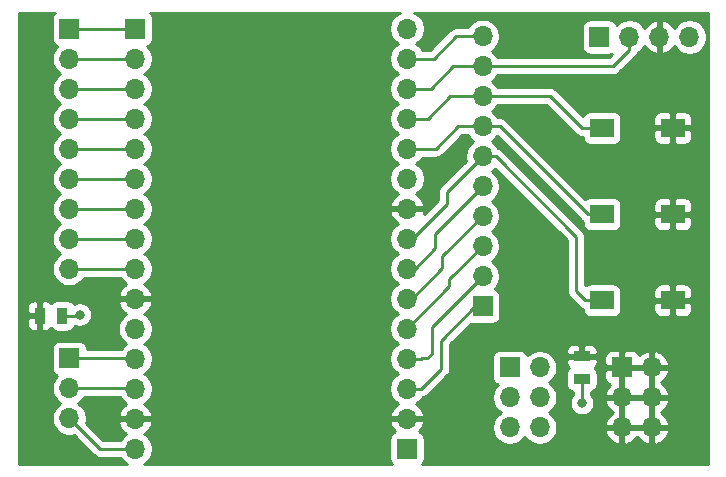
<source format=gtl>
G04 #@! TF.GenerationSoftware,KiCad,Pcbnew,(5.1.5-0-10_14)*
G04 #@! TF.CreationDate,2020-04-27T22:25:58+02:00*
G04 #@! TF.ProjectId,ESP12-Domo,45535031-322d-4446-9f6d-6f2e6b696361,rev?*
G04 #@! TF.SameCoordinates,Original*
G04 #@! TF.FileFunction,Copper,L1,Top*
G04 #@! TF.FilePolarity,Positive*
%FSLAX46Y46*%
G04 Gerber Fmt 4.6, Leading zero omitted, Abs format (unit mm)*
G04 Created by KiCad (PCBNEW (5.1.5-0-10_14)) date 2020-04-27 22:25:58*
%MOMM*%
%LPD*%
G04 APERTURE LIST*
%ADD10R,1.700000X1.700000*%
%ADD11O,1.700000X1.700000*%
%ADD12R,0.889000X1.397000*%
%ADD13R,1.397000X0.889000*%
%ADD14R,1.998980X1.600200*%
%ADD15C,0.800000*%
%ADD16C,0.250000*%
%ADD17C,0.254000*%
G04 APERTURE END LIST*
D10*
X140700000Y-88800000D03*
D11*
X140700000Y-86260000D03*
X140700000Y-83720000D03*
X140700000Y-81180000D03*
X140700000Y-78640000D03*
X140700000Y-76100000D03*
X140700000Y-73560000D03*
X140700000Y-71020000D03*
X140700000Y-68480000D03*
X140700000Y-65940000D03*
D10*
X105700000Y-65300000D03*
D11*
X105700000Y-67840000D03*
X105700000Y-70380000D03*
X105700000Y-72920000D03*
X105700000Y-75460000D03*
X105700000Y-78000000D03*
X105700000Y-80540000D03*
X105700000Y-83080000D03*
X105700000Y-85620000D03*
D10*
X105700000Y-93200000D03*
D11*
X105700000Y-95740000D03*
X105700000Y-98280000D03*
D10*
X111300000Y-65300000D03*
D11*
X111300000Y-67840000D03*
X111300000Y-70380000D03*
X111300000Y-72920000D03*
X111300000Y-75460000D03*
X111300000Y-78000000D03*
X111300000Y-80540000D03*
X111300000Y-83080000D03*
X111300000Y-85620000D03*
X111300000Y-88160000D03*
X111300000Y-90700000D03*
X111300000Y-93240000D03*
X111300000Y-95780000D03*
X111300000Y-98320000D03*
X111300000Y-100860000D03*
D10*
X150600000Y-66000000D03*
D11*
X153140000Y-66000000D03*
X155680000Y-66000000D03*
X158220000Y-66000000D03*
X134300000Y-65290000D03*
X134300000Y-67830000D03*
X134300000Y-70370000D03*
X134300000Y-72910000D03*
X134300000Y-75450000D03*
X134300000Y-77990000D03*
X134300000Y-80530000D03*
X134300000Y-83070000D03*
X134300000Y-85610000D03*
X134300000Y-88150000D03*
X134300000Y-90690000D03*
X134300000Y-93230000D03*
X134300000Y-95770000D03*
X134300000Y-98310000D03*
D10*
X134300000Y-100850000D03*
X143000000Y-93983500D03*
D11*
X145540000Y-93983500D03*
X143000000Y-96523500D03*
X145540000Y-96523500D03*
X143000000Y-99063500D03*
X145540000Y-99063500D03*
X155040000Y-99063500D03*
X152500000Y-99063500D03*
X155040000Y-96523500D03*
X152500000Y-96523500D03*
X155040000Y-93983500D03*
D10*
X152500000Y-93983500D03*
D12*
X105105000Y-89600000D03*
X103200000Y-89600000D03*
D13*
X149100000Y-93047500D03*
X149100000Y-94952500D03*
D14*
X156799740Y-73700000D03*
X150800260Y-73700000D03*
X150800260Y-81000000D03*
X156799740Y-81000000D03*
X156799740Y-88300000D03*
X150800260Y-88300000D03*
D15*
X106600000Y-89500000D03*
X149100000Y-97000000D03*
D16*
X106500000Y-89600000D02*
X106600000Y-89500000D01*
X105052500Y-89600000D02*
X106500000Y-89600000D01*
X149100000Y-94952500D02*
X149100000Y-97000000D01*
X105700000Y-65300000D02*
X111300000Y-65300000D01*
X106902081Y-67840000D02*
X111300000Y-67840000D01*
X105700000Y-67840000D02*
X106902081Y-67840000D01*
X105700000Y-70380000D02*
X111300000Y-70380000D01*
X105700000Y-72920000D02*
X111300000Y-72920000D01*
X105700000Y-75460000D02*
X111300000Y-75460000D01*
X105700000Y-78000000D02*
X111300000Y-78000000D01*
X105700000Y-80540000D02*
X111300000Y-80540000D01*
X105700000Y-83080000D02*
X111300000Y-83080000D01*
X105700000Y-85620000D02*
X111300000Y-85620000D01*
X140100000Y-88800000D02*
X140700000Y-88800000D01*
X137200000Y-94072081D02*
X137200000Y-91700000D01*
X135502081Y-95770000D02*
X137200000Y-94072081D01*
X137200000Y-91700000D02*
X140100000Y-88800000D01*
X134300000Y-95770000D02*
X135502081Y-95770000D01*
X138700000Y-88260000D02*
X140700000Y-86260000D01*
X136400000Y-90560000D02*
X138700000Y-88260000D01*
X136400000Y-92800000D02*
X136400000Y-90560000D01*
X134300000Y-93230000D02*
X135502081Y-93230000D01*
X135532081Y-93200000D02*
X136000000Y-93200000D01*
X135502081Y-93230000D02*
X135532081Y-93200000D01*
X136000000Y-93200000D02*
X136400000Y-92800000D01*
X137900000Y-86520000D02*
X140700000Y-83720000D01*
X137900000Y-87090000D02*
X137900000Y-86520000D01*
X134300000Y-90690000D02*
X137900000Y-87090000D01*
X137300000Y-84580000D02*
X140700000Y-81180000D01*
X137300000Y-85600000D02*
X137300000Y-84580000D01*
X134750000Y-88150000D02*
X137300000Y-85600000D01*
X134300000Y-88150000D02*
X134750000Y-88150000D01*
X136700000Y-83900000D02*
X136700000Y-82640000D01*
X136700000Y-82640000D02*
X140700000Y-78640000D01*
X134990000Y-85610000D02*
X136700000Y-83900000D01*
X134300000Y-85610000D02*
X134990000Y-85610000D01*
X137700000Y-79100000D02*
X140700000Y-76100000D01*
X137700000Y-80100000D02*
X137700000Y-79100000D01*
X134730000Y-83070000D02*
X137700000Y-80100000D01*
X134300000Y-83070000D02*
X134730000Y-83070000D01*
X148600000Y-87500000D02*
X149400000Y-88300000D01*
X141800000Y-76100000D02*
X148600000Y-82900000D01*
X149400000Y-88300000D02*
X150800260Y-88300000D01*
X148600000Y-82900000D02*
X148600000Y-87500000D01*
X140700000Y-76100000D02*
X141800000Y-76100000D01*
X134300000Y-75450000D02*
X136750000Y-75450000D01*
X138640000Y-73560000D02*
X140700000Y-73560000D01*
X136750000Y-75450000D02*
X138640000Y-73560000D01*
X149600000Y-81000000D02*
X150800260Y-81000000D01*
X142160000Y-73560000D02*
X149600000Y-81000000D01*
X140700000Y-73560000D02*
X142160000Y-73560000D01*
X134300000Y-72910000D02*
X136090000Y-72910000D01*
X137980000Y-71020000D02*
X140700000Y-71020000D01*
X136090000Y-72910000D02*
X137980000Y-71020000D01*
X140700000Y-71020000D02*
X146420000Y-71020000D01*
X149100000Y-73700000D02*
X150800260Y-73700000D01*
X146420000Y-71020000D02*
X149100000Y-73700000D01*
X134300000Y-70370000D02*
X136330000Y-70370000D01*
X138220000Y-68480000D02*
X140700000Y-68480000D01*
X136330000Y-70370000D02*
X138220000Y-68480000D01*
X151720000Y-68480000D02*
X153140000Y-67060000D01*
X153140000Y-67060000D02*
X153140000Y-66000000D01*
X140700000Y-68480000D02*
X151720000Y-68480000D01*
X134300000Y-67830000D02*
X136570000Y-67830000D01*
X138460000Y-65940000D02*
X140700000Y-65940000D01*
X136570000Y-67830000D02*
X138460000Y-65940000D01*
X111260000Y-93200000D02*
X111300000Y-93240000D01*
X105700000Y-93200000D02*
X111260000Y-93200000D01*
X111260000Y-95740000D02*
X111300000Y-95780000D01*
X105700000Y-95740000D02*
X111260000Y-95740000D01*
X108280000Y-100860000D02*
X111300000Y-100860000D01*
X105700000Y-98280000D02*
X108280000Y-100860000D01*
D17*
G36*
X104398815Y-63998815D02*
G01*
X104319463Y-64095506D01*
X104260498Y-64205820D01*
X104224188Y-64325518D01*
X104211928Y-64450000D01*
X104211928Y-66150000D01*
X104224188Y-66274482D01*
X104260498Y-66394180D01*
X104319463Y-66504494D01*
X104398815Y-66601185D01*
X104495506Y-66680537D01*
X104605820Y-66739502D01*
X104678380Y-66761513D01*
X104546525Y-66893368D01*
X104384010Y-67136589D01*
X104272068Y-67406842D01*
X104215000Y-67693740D01*
X104215000Y-67986260D01*
X104272068Y-68273158D01*
X104384010Y-68543411D01*
X104546525Y-68786632D01*
X104753368Y-68993475D01*
X104927760Y-69110000D01*
X104753368Y-69226525D01*
X104546525Y-69433368D01*
X104384010Y-69676589D01*
X104272068Y-69946842D01*
X104215000Y-70233740D01*
X104215000Y-70526260D01*
X104272068Y-70813158D01*
X104384010Y-71083411D01*
X104546525Y-71326632D01*
X104753368Y-71533475D01*
X104927760Y-71650000D01*
X104753368Y-71766525D01*
X104546525Y-71973368D01*
X104384010Y-72216589D01*
X104272068Y-72486842D01*
X104215000Y-72773740D01*
X104215000Y-73066260D01*
X104272068Y-73353158D01*
X104384010Y-73623411D01*
X104546525Y-73866632D01*
X104753368Y-74073475D01*
X104927760Y-74190000D01*
X104753368Y-74306525D01*
X104546525Y-74513368D01*
X104384010Y-74756589D01*
X104272068Y-75026842D01*
X104215000Y-75313740D01*
X104215000Y-75606260D01*
X104272068Y-75893158D01*
X104384010Y-76163411D01*
X104546525Y-76406632D01*
X104753368Y-76613475D01*
X104927760Y-76730000D01*
X104753368Y-76846525D01*
X104546525Y-77053368D01*
X104384010Y-77296589D01*
X104272068Y-77566842D01*
X104215000Y-77853740D01*
X104215000Y-78146260D01*
X104272068Y-78433158D01*
X104384010Y-78703411D01*
X104546525Y-78946632D01*
X104753368Y-79153475D01*
X104927760Y-79270000D01*
X104753368Y-79386525D01*
X104546525Y-79593368D01*
X104384010Y-79836589D01*
X104272068Y-80106842D01*
X104215000Y-80393740D01*
X104215000Y-80686260D01*
X104272068Y-80973158D01*
X104384010Y-81243411D01*
X104546525Y-81486632D01*
X104753368Y-81693475D01*
X104927760Y-81810000D01*
X104753368Y-81926525D01*
X104546525Y-82133368D01*
X104384010Y-82376589D01*
X104272068Y-82646842D01*
X104215000Y-82933740D01*
X104215000Y-83226260D01*
X104272068Y-83513158D01*
X104384010Y-83783411D01*
X104546525Y-84026632D01*
X104753368Y-84233475D01*
X104927760Y-84350000D01*
X104753368Y-84466525D01*
X104546525Y-84673368D01*
X104384010Y-84916589D01*
X104272068Y-85186842D01*
X104215000Y-85473740D01*
X104215000Y-85766260D01*
X104272068Y-86053158D01*
X104384010Y-86323411D01*
X104546525Y-86566632D01*
X104753368Y-86773475D01*
X104996589Y-86935990D01*
X105266842Y-87047932D01*
X105553740Y-87105000D01*
X105846260Y-87105000D01*
X106133158Y-87047932D01*
X106403411Y-86935990D01*
X106646632Y-86773475D01*
X106853475Y-86566632D01*
X106978178Y-86380000D01*
X110021822Y-86380000D01*
X110146525Y-86566632D01*
X110353368Y-86773475D01*
X110535534Y-86895195D01*
X110418645Y-86964822D01*
X110202412Y-87159731D01*
X110028359Y-87393080D01*
X109903175Y-87655901D01*
X109858524Y-87803110D01*
X109979845Y-88033000D01*
X111173000Y-88033000D01*
X111173000Y-88013000D01*
X111427000Y-88013000D01*
X111427000Y-88033000D01*
X112620155Y-88033000D01*
X112741476Y-87803110D01*
X112696825Y-87655901D01*
X112571641Y-87393080D01*
X112397588Y-87159731D01*
X112181355Y-86964822D01*
X112064466Y-86895195D01*
X112246632Y-86773475D01*
X112453475Y-86566632D01*
X112615990Y-86323411D01*
X112727932Y-86053158D01*
X112785000Y-85766260D01*
X112785000Y-85473740D01*
X112727932Y-85186842D01*
X112615990Y-84916589D01*
X112453475Y-84673368D01*
X112246632Y-84466525D01*
X112072240Y-84350000D01*
X112246632Y-84233475D01*
X112453475Y-84026632D01*
X112615990Y-83783411D01*
X112727932Y-83513158D01*
X112785000Y-83226260D01*
X112785000Y-82933740D01*
X112727932Y-82646842D01*
X112615990Y-82376589D01*
X112453475Y-82133368D01*
X112246632Y-81926525D01*
X112072240Y-81810000D01*
X112246632Y-81693475D01*
X112453475Y-81486632D01*
X112615990Y-81243411D01*
X112727932Y-80973158D01*
X112785000Y-80686260D01*
X112785000Y-80393740D01*
X112727932Y-80106842D01*
X112615990Y-79836589D01*
X112453475Y-79593368D01*
X112246632Y-79386525D01*
X112072240Y-79270000D01*
X112246632Y-79153475D01*
X112453475Y-78946632D01*
X112615990Y-78703411D01*
X112727932Y-78433158D01*
X112785000Y-78146260D01*
X112785000Y-77853740D01*
X112727932Y-77566842D01*
X112615990Y-77296589D01*
X112453475Y-77053368D01*
X112246632Y-76846525D01*
X112072240Y-76730000D01*
X112246632Y-76613475D01*
X112453475Y-76406632D01*
X112615990Y-76163411D01*
X112727932Y-75893158D01*
X112785000Y-75606260D01*
X112785000Y-75313740D01*
X112727932Y-75026842D01*
X112615990Y-74756589D01*
X112453475Y-74513368D01*
X112246632Y-74306525D01*
X112072240Y-74190000D01*
X112246632Y-74073475D01*
X112453475Y-73866632D01*
X112615990Y-73623411D01*
X112727932Y-73353158D01*
X112785000Y-73066260D01*
X112785000Y-72773740D01*
X112727932Y-72486842D01*
X112615990Y-72216589D01*
X112453475Y-71973368D01*
X112246632Y-71766525D01*
X112072240Y-71650000D01*
X112246632Y-71533475D01*
X112453475Y-71326632D01*
X112615990Y-71083411D01*
X112727932Y-70813158D01*
X112785000Y-70526260D01*
X112785000Y-70233740D01*
X112727932Y-69946842D01*
X112615990Y-69676589D01*
X112453475Y-69433368D01*
X112246632Y-69226525D01*
X112072240Y-69110000D01*
X112246632Y-68993475D01*
X112453475Y-68786632D01*
X112615990Y-68543411D01*
X112727932Y-68273158D01*
X112785000Y-67986260D01*
X112785000Y-67693740D01*
X112727932Y-67406842D01*
X112615990Y-67136589D01*
X112453475Y-66893368D01*
X112321620Y-66761513D01*
X112394180Y-66739502D01*
X112504494Y-66680537D01*
X112601185Y-66601185D01*
X112680537Y-66504494D01*
X112739502Y-66394180D01*
X112775812Y-66274482D01*
X112788072Y-66150000D01*
X112788072Y-64450000D01*
X112775812Y-64325518D01*
X112739502Y-64205820D01*
X112680537Y-64095506D01*
X112601185Y-63998815D01*
X112523426Y-63935000D01*
X133690768Y-63935000D01*
X133596589Y-63974010D01*
X133353368Y-64136525D01*
X133146525Y-64343368D01*
X132984010Y-64586589D01*
X132872068Y-64856842D01*
X132815000Y-65143740D01*
X132815000Y-65436260D01*
X132872068Y-65723158D01*
X132984010Y-65993411D01*
X133146525Y-66236632D01*
X133353368Y-66443475D01*
X133527760Y-66560000D01*
X133353368Y-66676525D01*
X133146525Y-66883368D01*
X132984010Y-67126589D01*
X132872068Y-67396842D01*
X132815000Y-67683740D01*
X132815000Y-67976260D01*
X132872068Y-68263158D01*
X132984010Y-68533411D01*
X133146525Y-68776632D01*
X133353368Y-68983475D01*
X133527760Y-69100000D01*
X133353368Y-69216525D01*
X133146525Y-69423368D01*
X132984010Y-69666589D01*
X132872068Y-69936842D01*
X132815000Y-70223740D01*
X132815000Y-70516260D01*
X132872068Y-70803158D01*
X132984010Y-71073411D01*
X133146525Y-71316632D01*
X133353368Y-71523475D01*
X133527760Y-71640000D01*
X133353368Y-71756525D01*
X133146525Y-71963368D01*
X132984010Y-72206589D01*
X132872068Y-72476842D01*
X132815000Y-72763740D01*
X132815000Y-73056260D01*
X132872068Y-73343158D01*
X132984010Y-73613411D01*
X133146525Y-73856632D01*
X133353368Y-74063475D01*
X133527760Y-74180000D01*
X133353368Y-74296525D01*
X133146525Y-74503368D01*
X132984010Y-74746589D01*
X132872068Y-75016842D01*
X132815000Y-75303740D01*
X132815000Y-75596260D01*
X132872068Y-75883158D01*
X132984010Y-76153411D01*
X133146525Y-76396632D01*
X133353368Y-76603475D01*
X133527760Y-76720000D01*
X133353368Y-76836525D01*
X133146525Y-77043368D01*
X132984010Y-77286589D01*
X132872068Y-77556842D01*
X132815000Y-77843740D01*
X132815000Y-78136260D01*
X132872068Y-78423158D01*
X132984010Y-78693411D01*
X133146525Y-78936632D01*
X133353368Y-79143475D01*
X133535534Y-79265195D01*
X133418645Y-79334822D01*
X133202412Y-79529731D01*
X133028359Y-79763080D01*
X132903175Y-80025901D01*
X132858524Y-80173110D01*
X132979845Y-80403000D01*
X134173000Y-80403000D01*
X134173000Y-80383000D01*
X134427000Y-80383000D01*
X134427000Y-80403000D01*
X135620155Y-80403000D01*
X135741476Y-80173110D01*
X135696825Y-80025901D01*
X135571641Y-79763080D01*
X135397588Y-79529731D01*
X135181355Y-79334822D01*
X135064466Y-79265195D01*
X135246632Y-79143475D01*
X135453475Y-78936632D01*
X135615990Y-78693411D01*
X135727932Y-78423158D01*
X135785000Y-78136260D01*
X135785000Y-77843740D01*
X135727932Y-77556842D01*
X135615990Y-77286589D01*
X135453475Y-77043368D01*
X135246632Y-76836525D01*
X135072240Y-76720000D01*
X135246632Y-76603475D01*
X135453475Y-76396632D01*
X135578178Y-76210000D01*
X136712678Y-76210000D01*
X136750000Y-76213676D01*
X136787322Y-76210000D01*
X136787333Y-76210000D01*
X136898986Y-76199003D01*
X137042247Y-76155546D01*
X137174276Y-76084974D01*
X137290001Y-75990001D01*
X137313804Y-75960997D01*
X138954802Y-74320000D01*
X139421822Y-74320000D01*
X139546525Y-74506632D01*
X139753368Y-74713475D01*
X139927760Y-74830000D01*
X139753368Y-74946525D01*
X139546525Y-75153368D01*
X139384010Y-75396589D01*
X139272068Y-75666842D01*
X139215000Y-75953740D01*
X139215000Y-76246260D01*
X139258790Y-76466408D01*
X137188998Y-78536201D01*
X137160000Y-78559999D01*
X137136202Y-78588997D01*
X137136201Y-78588998D01*
X137065026Y-78675724D01*
X136994454Y-78807754D01*
X136964180Y-78907558D01*
X136952328Y-78946632D01*
X136950998Y-78951015D01*
X136936324Y-79100000D01*
X136940001Y-79137332D01*
X136940000Y-79785198D01*
X135699318Y-81025881D01*
X135741476Y-80886890D01*
X135620155Y-80657000D01*
X134427000Y-80657000D01*
X134427000Y-80677000D01*
X134173000Y-80677000D01*
X134173000Y-80657000D01*
X132979845Y-80657000D01*
X132858524Y-80886890D01*
X132903175Y-81034099D01*
X133028359Y-81296920D01*
X133202412Y-81530269D01*
X133418645Y-81725178D01*
X133535534Y-81794805D01*
X133353368Y-81916525D01*
X133146525Y-82123368D01*
X132984010Y-82366589D01*
X132872068Y-82636842D01*
X132815000Y-82923740D01*
X132815000Y-83216260D01*
X132872068Y-83503158D01*
X132984010Y-83773411D01*
X133146525Y-84016632D01*
X133353368Y-84223475D01*
X133527760Y-84340000D01*
X133353368Y-84456525D01*
X133146525Y-84663368D01*
X132984010Y-84906589D01*
X132872068Y-85176842D01*
X132815000Y-85463740D01*
X132815000Y-85756260D01*
X132872068Y-86043158D01*
X132984010Y-86313411D01*
X133146525Y-86556632D01*
X133353368Y-86763475D01*
X133527760Y-86880000D01*
X133353368Y-86996525D01*
X133146525Y-87203368D01*
X132984010Y-87446589D01*
X132872068Y-87716842D01*
X132815000Y-88003740D01*
X132815000Y-88296260D01*
X132872068Y-88583158D01*
X132984010Y-88853411D01*
X133146525Y-89096632D01*
X133353368Y-89303475D01*
X133527760Y-89420000D01*
X133353368Y-89536525D01*
X133146525Y-89743368D01*
X132984010Y-89986589D01*
X132872068Y-90256842D01*
X132815000Y-90543740D01*
X132815000Y-90836260D01*
X132872068Y-91123158D01*
X132984010Y-91393411D01*
X133146525Y-91636632D01*
X133353368Y-91843475D01*
X133527760Y-91960000D01*
X133353368Y-92076525D01*
X133146525Y-92283368D01*
X132984010Y-92526589D01*
X132872068Y-92796842D01*
X132815000Y-93083740D01*
X132815000Y-93376260D01*
X132872068Y-93663158D01*
X132984010Y-93933411D01*
X133146525Y-94176632D01*
X133353368Y-94383475D01*
X133527760Y-94500000D01*
X133353368Y-94616525D01*
X133146525Y-94823368D01*
X132984010Y-95066589D01*
X132872068Y-95336842D01*
X132815000Y-95623740D01*
X132815000Y-95916260D01*
X132872068Y-96203158D01*
X132984010Y-96473411D01*
X133146525Y-96716632D01*
X133353368Y-96923475D01*
X133535534Y-97045195D01*
X133418645Y-97114822D01*
X133202412Y-97309731D01*
X133028359Y-97543080D01*
X132903175Y-97805901D01*
X132858524Y-97953110D01*
X132979845Y-98183000D01*
X134173000Y-98183000D01*
X134173000Y-98163000D01*
X134427000Y-98163000D01*
X134427000Y-98183000D01*
X135620155Y-98183000D01*
X135741476Y-97953110D01*
X135696825Y-97805901D01*
X135571641Y-97543080D01*
X135397588Y-97309731D01*
X135181355Y-97114822D01*
X135064466Y-97045195D01*
X135246632Y-96923475D01*
X135453475Y-96716632D01*
X135580909Y-96525913D01*
X135651067Y-96519003D01*
X135794328Y-96475546D01*
X135926357Y-96404974D01*
X136042082Y-96310001D01*
X136065885Y-96280997D01*
X137711004Y-94635879D01*
X137740001Y-94612082D01*
X137766332Y-94579998D01*
X137834974Y-94496358D01*
X137905546Y-94364328D01*
X137919743Y-94317526D01*
X137949003Y-94221067D01*
X137960000Y-94109414D01*
X137960000Y-94109405D01*
X137963676Y-94072082D01*
X137960000Y-94034759D01*
X137960000Y-93133500D01*
X141511928Y-93133500D01*
X141511928Y-94833500D01*
X141524188Y-94957982D01*
X141560498Y-95077680D01*
X141619463Y-95187994D01*
X141698815Y-95284685D01*
X141795506Y-95364037D01*
X141905820Y-95423002D01*
X141978380Y-95445013D01*
X141846525Y-95576868D01*
X141684010Y-95820089D01*
X141572068Y-96090342D01*
X141515000Y-96377240D01*
X141515000Y-96669760D01*
X141572068Y-96956658D01*
X141684010Y-97226911D01*
X141846525Y-97470132D01*
X142053368Y-97676975D01*
X142227760Y-97793500D01*
X142053368Y-97910025D01*
X141846525Y-98116868D01*
X141684010Y-98360089D01*
X141572068Y-98630342D01*
X141515000Y-98917240D01*
X141515000Y-99209760D01*
X141572068Y-99496658D01*
X141684010Y-99766911D01*
X141846525Y-100010132D01*
X142053368Y-100216975D01*
X142296589Y-100379490D01*
X142566842Y-100491432D01*
X142853740Y-100548500D01*
X143146260Y-100548500D01*
X143433158Y-100491432D01*
X143703411Y-100379490D01*
X143946632Y-100216975D01*
X144153475Y-100010132D01*
X144270000Y-99835740D01*
X144386525Y-100010132D01*
X144593368Y-100216975D01*
X144836589Y-100379490D01*
X145106842Y-100491432D01*
X145393740Y-100548500D01*
X145686260Y-100548500D01*
X145973158Y-100491432D01*
X146243411Y-100379490D01*
X146486632Y-100216975D01*
X146693475Y-100010132D01*
X146855990Y-99766911D01*
X146967932Y-99496658D01*
X146983102Y-99420390D01*
X151058524Y-99420390D01*
X151103175Y-99567599D01*
X151228359Y-99830420D01*
X151402412Y-100063769D01*
X151618645Y-100258678D01*
X151868748Y-100407657D01*
X152143109Y-100504981D01*
X152373000Y-100384314D01*
X152373000Y-99190500D01*
X152627000Y-99190500D01*
X152627000Y-100384314D01*
X152856891Y-100504981D01*
X153131252Y-100407657D01*
X153381355Y-100258678D01*
X153597588Y-100063769D01*
X153770000Y-99832620D01*
X153942412Y-100063769D01*
X154158645Y-100258678D01*
X154408748Y-100407657D01*
X154683109Y-100504981D01*
X154913000Y-100384314D01*
X154913000Y-99190500D01*
X155167000Y-99190500D01*
X155167000Y-100384314D01*
X155396891Y-100504981D01*
X155671252Y-100407657D01*
X155921355Y-100258678D01*
X156137588Y-100063769D01*
X156311641Y-99830420D01*
X156436825Y-99567599D01*
X156481476Y-99420390D01*
X156360155Y-99190500D01*
X155167000Y-99190500D01*
X154913000Y-99190500D01*
X152627000Y-99190500D01*
X152373000Y-99190500D01*
X151179845Y-99190500D01*
X151058524Y-99420390D01*
X146983102Y-99420390D01*
X147025000Y-99209760D01*
X147025000Y-98917240D01*
X146967932Y-98630342D01*
X146855990Y-98360089D01*
X146693475Y-98116868D01*
X146486632Y-97910025D01*
X146312240Y-97793500D01*
X146486632Y-97676975D01*
X146693475Y-97470132D01*
X146855990Y-97226911D01*
X146967932Y-96956658D01*
X147025000Y-96669760D01*
X147025000Y-96377240D01*
X146967932Y-96090342D01*
X146855990Y-95820089D01*
X146693475Y-95576868D01*
X146486632Y-95370025D01*
X146312240Y-95253500D01*
X146486632Y-95136975D01*
X146693475Y-94930132D01*
X146855990Y-94686911D01*
X146967932Y-94416658D01*
X147025000Y-94129760D01*
X147025000Y-93837240D01*
X146967932Y-93550342D01*
X146943767Y-93492000D01*
X147763428Y-93492000D01*
X147775688Y-93616482D01*
X147811998Y-93736180D01*
X147870963Y-93846494D01*
X147950315Y-93943185D01*
X148019544Y-94000000D01*
X147950315Y-94056815D01*
X147870963Y-94153506D01*
X147811998Y-94263820D01*
X147775688Y-94383518D01*
X147763428Y-94508000D01*
X147763428Y-95397000D01*
X147775688Y-95521482D01*
X147811998Y-95641180D01*
X147870963Y-95751494D01*
X147950315Y-95848185D01*
X148047006Y-95927537D01*
X148157320Y-95986502D01*
X148277018Y-96022812D01*
X148340001Y-96029015D01*
X148340001Y-96296288D01*
X148296063Y-96340226D01*
X148182795Y-96509744D01*
X148104774Y-96698102D01*
X148065000Y-96898061D01*
X148065000Y-97101939D01*
X148104774Y-97301898D01*
X148182795Y-97490256D01*
X148296063Y-97659774D01*
X148440226Y-97803937D01*
X148609744Y-97917205D01*
X148798102Y-97995226D01*
X148998061Y-98035000D01*
X149201939Y-98035000D01*
X149401898Y-97995226D01*
X149590256Y-97917205D01*
X149759774Y-97803937D01*
X149903937Y-97659774D01*
X150017205Y-97490256D01*
X150095226Y-97301898D01*
X150135000Y-97101939D01*
X150135000Y-96898061D01*
X150131486Y-96880390D01*
X151058524Y-96880390D01*
X151103175Y-97027599D01*
X151228359Y-97290420D01*
X151402412Y-97523769D01*
X151618645Y-97718678D01*
X151744255Y-97793500D01*
X151618645Y-97868322D01*
X151402412Y-98063231D01*
X151228359Y-98296580D01*
X151103175Y-98559401D01*
X151058524Y-98706610D01*
X151179845Y-98936500D01*
X152373000Y-98936500D01*
X152373000Y-96650500D01*
X152627000Y-96650500D01*
X152627000Y-98936500D01*
X154913000Y-98936500D01*
X154913000Y-96650500D01*
X155167000Y-96650500D01*
X155167000Y-98936500D01*
X156360155Y-98936500D01*
X156481476Y-98706610D01*
X156436825Y-98559401D01*
X156311641Y-98296580D01*
X156137588Y-98063231D01*
X155921355Y-97868322D01*
X155795745Y-97793500D01*
X155921355Y-97718678D01*
X156137588Y-97523769D01*
X156311641Y-97290420D01*
X156436825Y-97027599D01*
X156481476Y-96880390D01*
X156360155Y-96650500D01*
X155167000Y-96650500D01*
X154913000Y-96650500D01*
X152627000Y-96650500D01*
X152373000Y-96650500D01*
X151179845Y-96650500D01*
X151058524Y-96880390D01*
X150131486Y-96880390D01*
X150095226Y-96698102D01*
X150017205Y-96509744D01*
X149903937Y-96340226D01*
X149860000Y-96296289D01*
X149860000Y-96029015D01*
X149922982Y-96022812D01*
X150042680Y-95986502D01*
X150152994Y-95927537D01*
X150249685Y-95848185D01*
X150329037Y-95751494D01*
X150388002Y-95641180D01*
X150424312Y-95521482D01*
X150436572Y-95397000D01*
X150436572Y-94833500D01*
X151011928Y-94833500D01*
X151024188Y-94957982D01*
X151060498Y-95077680D01*
X151119463Y-95187994D01*
X151198815Y-95284685D01*
X151295506Y-95364037D01*
X151405820Y-95423002D01*
X151486466Y-95447466D01*
X151402412Y-95523231D01*
X151228359Y-95756580D01*
X151103175Y-96019401D01*
X151058524Y-96166610D01*
X151179845Y-96396500D01*
X152373000Y-96396500D01*
X152373000Y-94110500D01*
X152627000Y-94110500D01*
X152627000Y-96396500D01*
X154913000Y-96396500D01*
X154913000Y-94110500D01*
X155167000Y-94110500D01*
X155167000Y-96396500D01*
X156360155Y-96396500D01*
X156481476Y-96166610D01*
X156436825Y-96019401D01*
X156311641Y-95756580D01*
X156137588Y-95523231D01*
X155921355Y-95328322D01*
X155795745Y-95253500D01*
X155921355Y-95178678D01*
X156137588Y-94983769D01*
X156311641Y-94750420D01*
X156436825Y-94487599D01*
X156481476Y-94340390D01*
X156360155Y-94110500D01*
X155167000Y-94110500D01*
X154913000Y-94110500D01*
X152627000Y-94110500D01*
X152373000Y-94110500D01*
X151173750Y-94110500D01*
X151015000Y-94269250D01*
X151011928Y-94833500D01*
X150436572Y-94833500D01*
X150436572Y-94508000D01*
X150424312Y-94383518D01*
X150388002Y-94263820D01*
X150329037Y-94153506D01*
X150249685Y-94056815D01*
X150180456Y-94000000D01*
X150249685Y-93943185D01*
X150329037Y-93846494D01*
X150388002Y-93736180D01*
X150424312Y-93616482D01*
X150436572Y-93492000D01*
X150433500Y-93333250D01*
X150274750Y-93174500D01*
X149227000Y-93174500D01*
X149227000Y-93194500D01*
X148973000Y-93194500D01*
X148973000Y-93174500D01*
X147925250Y-93174500D01*
X147766500Y-93333250D01*
X147763428Y-93492000D01*
X146943767Y-93492000D01*
X146855990Y-93280089D01*
X146758043Y-93133500D01*
X151011928Y-93133500D01*
X151015000Y-93697750D01*
X151173750Y-93856500D01*
X152373000Y-93856500D01*
X152373000Y-92657250D01*
X152627000Y-92657250D01*
X152627000Y-93856500D01*
X154913000Y-93856500D01*
X154913000Y-92662686D01*
X155167000Y-92662686D01*
X155167000Y-93856500D01*
X156360155Y-93856500D01*
X156481476Y-93626610D01*
X156436825Y-93479401D01*
X156311641Y-93216580D01*
X156137588Y-92983231D01*
X155921355Y-92788322D01*
X155671252Y-92639343D01*
X155396891Y-92542019D01*
X155167000Y-92662686D01*
X154913000Y-92662686D01*
X154683109Y-92542019D01*
X154408748Y-92639343D01*
X154158645Y-92788322D01*
X153962498Y-92965126D01*
X153939502Y-92889320D01*
X153880537Y-92779006D01*
X153801185Y-92682315D01*
X153704494Y-92602963D01*
X153594180Y-92543998D01*
X153474482Y-92507688D01*
X153350000Y-92495428D01*
X152785750Y-92498500D01*
X152627000Y-92657250D01*
X152373000Y-92657250D01*
X152214250Y-92498500D01*
X151650000Y-92495428D01*
X151525518Y-92507688D01*
X151405820Y-92543998D01*
X151295506Y-92602963D01*
X151198815Y-92682315D01*
X151119463Y-92779006D01*
X151060498Y-92889320D01*
X151024188Y-93009018D01*
X151011928Y-93133500D01*
X146758043Y-93133500D01*
X146693475Y-93036868D01*
X146486632Y-92830025D01*
X146243411Y-92667510D01*
X146087670Y-92603000D01*
X147763428Y-92603000D01*
X147766500Y-92761750D01*
X147925250Y-92920500D01*
X148973000Y-92920500D01*
X148973000Y-92126750D01*
X149227000Y-92126750D01*
X149227000Y-92920500D01*
X150274750Y-92920500D01*
X150433500Y-92761750D01*
X150436572Y-92603000D01*
X150424312Y-92478518D01*
X150388002Y-92358820D01*
X150329037Y-92248506D01*
X150249685Y-92151815D01*
X150152994Y-92072463D01*
X150042680Y-92013498D01*
X149922982Y-91977188D01*
X149798500Y-91964928D01*
X149385750Y-91968000D01*
X149227000Y-92126750D01*
X148973000Y-92126750D01*
X148814250Y-91968000D01*
X148401500Y-91964928D01*
X148277018Y-91977188D01*
X148157320Y-92013498D01*
X148047006Y-92072463D01*
X147950315Y-92151815D01*
X147870963Y-92248506D01*
X147811998Y-92358820D01*
X147775688Y-92478518D01*
X147763428Y-92603000D01*
X146087670Y-92603000D01*
X145973158Y-92555568D01*
X145686260Y-92498500D01*
X145393740Y-92498500D01*
X145106842Y-92555568D01*
X144836589Y-92667510D01*
X144593368Y-92830025D01*
X144461513Y-92961880D01*
X144439502Y-92889320D01*
X144380537Y-92779006D01*
X144301185Y-92682315D01*
X144204494Y-92602963D01*
X144094180Y-92543998D01*
X143974482Y-92507688D01*
X143850000Y-92495428D01*
X142150000Y-92495428D01*
X142025518Y-92507688D01*
X141905820Y-92543998D01*
X141795506Y-92602963D01*
X141698815Y-92682315D01*
X141619463Y-92779006D01*
X141560498Y-92889320D01*
X141524188Y-93009018D01*
X141511928Y-93133500D01*
X137960000Y-93133500D01*
X137960000Y-92014801D01*
X139705164Y-90269638D01*
X139725518Y-90275812D01*
X139850000Y-90288072D01*
X141550000Y-90288072D01*
X141674482Y-90275812D01*
X141794180Y-90239502D01*
X141904494Y-90180537D01*
X142001185Y-90101185D01*
X142080537Y-90004494D01*
X142139502Y-89894180D01*
X142175812Y-89774482D01*
X142188072Y-89650000D01*
X142188072Y-87950000D01*
X142175812Y-87825518D01*
X142139502Y-87705820D01*
X142080537Y-87595506D01*
X142001185Y-87498815D01*
X141904494Y-87419463D01*
X141794180Y-87360498D01*
X141721620Y-87338487D01*
X141853475Y-87206632D01*
X142015990Y-86963411D01*
X142127932Y-86693158D01*
X142185000Y-86406260D01*
X142185000Y-86113740D01*
X142127932Y-85826842D01*
X142015990Y-85556589D01*
X141853475Y-85313368D01*
X141646632Y-85106525D01*
X141472240Y-84990000D01*
X141646632Y-84873475D01*
X141853475Y-84666632D01*
X142015990Y-84423411D01*
X142127932Y-84153158D01*
X142185000Y-83866260D01*
X142185000Y-83573740D01*
X142127932Y-83286842D01*
X142015990Y-83016589D01*
X141853475Y-82773368D01*
X141646632Y-82566525D01*
X141472240Y-82450000D01*
X141646632Y-82333475D01*
X141853475Y-82126632D01*
X142015990Y-81883411D01*
X142127932Y-81613158D01*
X142185000Y-81326260D01*
X142185000Y-81033740D01*
X142127932Y-80746842D01*
X142015990Y-80476589D01*
X141853475Y-80233368D01*
X141646632Y-80026525D01*
X141472240Y-79910000D01*
X141646632Y-79793475D01*
X141853475Y-79586632D01*
X142015990Y-79343411D01*
X142127932Y-79073158D01*
X142185000Y-78786260D01*
X142185000Y-78493740D01*
X142127932Y-78206842D01*
X142015990Y-77936589D01*
X141853475Y-77693368D01*
X141646632Y-77486525D01*
X141472240Y-77370000D01*
X141646632Y-77253475D01*
X141762653Y-77137454D01*
X147840000Y-83214802D01*
X147840001Y-87462668D01*
X147836324Y-87500000D01*
X147850998Y-87648985D01*
X147894454Y-87792246D01*
X147965026Y-87924276D01*
X148000708Y-87967754D01*
X148060000Y-88040001D01*
X148088998Y-88063799D01*
X148836201Y-88811002D01*
X148859999Y-88840001D01*
X148975724Y-88934974D01*
X149107753Y-89005546D01*
X149162698Y-89022213D01*
X149162698Y-89100100D01*
X149174958Y-89224582D01*
X149211268Y-89344280D01*
X149270233Y-89454594D01*
X149349585Y-89551285D01*
X149446276Y-89630637D01*
X149556590Y-89689602D01*
X149676288Y-89725912D01*
X149800770Y-89738172D01*
X151799750Y-89738172D01*
X151924232Y-89725912D01*
X152043930Y-89689602D01*
X152154244Y-89630637D01*
X152250935Y-89551285D01*
X152330287Y-89454594D01*
X152389252Y-89344280D01*
X152425562Y-89224582D01*
X152437822Y-89100100D01*
X155162178Y-89100100D01*
X155174438Y-89224582D01*
X155210748Y-89344280D01*
X155269713Y-89454594D01*
X155349065Y-89551285D01*
X155445756Y-89630637D01*
X155556070Y-89689602D01*
X155675768Y-89725912D01*
X155800250Y-89738172D01*
X156513990Y-89735100D01*
X156672740Y-89576350D01*
X156672740Y-88427000D01*
X156926740Y-88427000D01*
X156926740Y-89576350D01*
X157085490Y-89735100D01*
X157799230Y-89738172D01*
X157923712Y-89725912D01*
X158043410Y-89689602D01*
X158153724Y-89630637D01*
X158250415Y-89551285D01*
X158329767Y-89454594D01*
X158388732Y-89344280D01*
X158425042Y-89224582D01*
X158437302Y-89100100D01*
X158434230Y-88585750D01*
X158275480Y-88427000D01*
X156926740Y-88427000D01*
X156672740Y-88427000D01*
X155324000Y-88427000D01*
X155165250Y-88585750D01*
X155162178Y-89100100D01*
X152437822Y-89100100D01*
X152437822Y-87499900D01*
X155162178Y-87499900D01*
X155165250Y-88014250D01*
X155324000Y-88173000D01*
X156672740Y-88173000D01*
X156672740Y-87023650D01*
X156926740Y-87023650D01*
X156926740Y-88173000D01*
X158275480Y-88173000D01*
X158434230Y-88014250D01*
X158437302Y-87499900D01*
X158425042Y-87375418D01*
X158388732Y-87255720D01*
X158329767Y-87145406D01*
X158250415Y-87048715D01*
X158153724Y-86969363D01*
X158043410Y-86910398D01*
X157923712Y-86874088D01*
X157799230Y-86861828D01*
X157085490Y-86864900D01*
X156926740Y-87023650D01*
X156672740Y-87023650D01*
X156513990Y-86864900D01*
X155800250Y-86861828D01*
X155675768Y-86874088D01*
X155556070Y-86910398D01*
X155445756Y-86969363D01*
X155349065Y-87048715D01*
X155269713Y-87145406D01*
X155210748Y-87255720D01*
X155174438Y-87375418D01*
X155162178Y-87499900D01*
X152437822Y-87499900D01*
X152425562Y-87375418D01*
X152389252Y-87255720D01*
X152330287Y-87145406D01*
X152250935Y-87048715D01*
X152154244Y-86969363D01*
X152043930Y-86910398D01*
X151924232Y-86874088D01*
X151799750Y-86861828D01*
X149800770Y-86861828D01*
X149676288Y-86874088D01*
X149556590Y-86910398D01*
X149446276Y-86969363D01*
X149360000Y-87040168D01*
X149360000Y-82937322D01*
X149363676Y-82899999D01*
X149360000Y-82862676D01*
X149360000Y-82862667D01*
X149349003Y-82751014D01*
X149305546Y-82607753D01*
X149234974Y-82475724D01*
X149140001Y-82359999D01*
X149111004Y-82336202D01*
X142363804Y-75589003D01*
X142340001Y-75559999D01*
X142224276Y-75465026D01*
X142092247Y-75394454D01*
X141994815Y-75364899D01*
X141853475Y-75153368D01*
X141646632Y-74946525D01*
X141472240Y-74830000D01*
X141646632Y-74713475D01*
X141853475Y-74506632D01*
X141924914Y-74399715D01*
X149036201Y-81511003D01*
X149059999Y-81540001D01*
X149088997Y-81563799D01*
X149162698Y-81624285D01*
X149162698Y-81800100D01*
X149174958Y-81924582D01*
X149211268Y-82044280D01*
X149270233Y-82154594D01*
X149349585Y-82251285D01*
X149446276Y-82330637D01*
X149556590Y-82389602D01*
X149676288Y-82425912D01*
X149800770Y-82438172D01*
X151799750Y-82438172D01*
X151924232Y-82425912D01*
X152043930Y-82389602D01*
X152154244Y-82330637D01*
X152250935Y-82251285D01*
X152330287Y-82154594D01*
X152389252Y-82044280D01*
X152425562Y-81924582D01*
X152437822Y-81800100D01*
X155162178Y-81800100D01*
X155174438Y-81924582D01*
X155210748Y-82044280D01*
X155269713Y-82154594D01*
X155349065Y-82251285D01*
X155445756Y-82330637D01*
X155556070Y-82389602D01*
X155675768Y-82425912D01*
X155800250Y-82438172D01*
X156513990Y-82435100D01*
X156672740Y-82276350D01*
X156672740Y-81127000D01*
X156926740Y-81127000D01*
X156926740Y-82276350D01*
X157085490Y-82435100D01*
X157799230Y-82438172D01*
X157923712Y-82425912D01*
X158043410Y-82389602D01*
X158153724Y-82330637D01*
X158250415Y-82251285D01*
X158329767Y-82154594D01*
X158388732Y-82044280D01*
X158425042Y-81924582D01*
X158437302Y-81800100D01*
X158434230Y-81285750D01*
X158275480Y-81127000D01*
X156926740Y-81127000D01*
X156672740Y-81127000D01*
X155324000Y-81127000D01*
X155165250Y-81285750D01*
X155162178Y-81800100D01*
X152437822Y-81800100D01*
X152437822Y-80199900D01*
X155162178Y-80199900D01*
X155165250Y-80714250D01*
X155324000Y-80873000D01*
X156672740Y-80873000D01*
X156672740Y-79723650D01*
X156926740Y-79723650D01*
X156926740Y-80873000D01*
X158275480Y-80873000D01*
X158434230Y-80714250D01*
X158437302Y-80199900D01*
X158425042Y-80075418D01*
X158388732Y-79955720D01*
X158329767Y-79845406D01*
X158250415Y-79748715D01*
X158153724Y-79669363D01*
X158043410Y-79610398D01*
X157923712Y-79574088D01*
X157799230Y-79561828D01*
X157085490Y-79564900D01*
X156926740Y-79723650D01*
X156672740Y-79723650D01*
X156513990Y-79564900D01*
X155800250Y-79561828D01*
X155675768Y-79574088D01*
X155556070Y-79610398D01*
X155445756Y-79669363D01*
X155349065Y-79748715D01*
X155269713Y-79845406D01*
X155210748Y-79955720D01*
X155174438Y-80075418D01*
X155162178Y-80199900D01*
X152437822Y-80199900D01*
X152425562Y-80075418D01*
X152389252Y-79955720D01*
X152330287Y-79845406D01*
X152250935Y-79748715D01*
X152154244Y-79669363D01*
X152043930Y-79610398D01*
X151924232Y-79574088D01*
X151799750Y-79561828D01*
X149800770Y-79561828D01*
X149676288Y-79574088D01*
X149556590Y-79610398D01*
X149446276Y-79669363D01*
X149390192Y-79715390D01*
X142723804Y-73049003D01*
X142700001Y-73019999D01*
X142584276Y-72925026D01*
X142452247Y-72854454D01*
X142308986Y-72810997D01*
X142197333Y-72800000D01*
X142197322Y-72800000D01*
X142160000Y-72796324D01*
X142122678Y-72800000D01*
X141978178Y-72800000D01*
X141853475Y-72613368D01*
X141646632Y-72406525D01*
X141472240Y-72290000D01*
X141646632Y-72173475D01*
X141853475Y-71966632D01*
X141978178Y-71780000D01*
X146105199Y-71780000D01*
X148536201Y-74211003D01*
X148559999Y-74240001D01*
X148675724Y-74334974D01*
X148807753Y-74405546D01*
X148951014Y-74449003D01*
X149062667Y-74460000D01*
X149062676Y-74460000D01*
X149099999Y-74463676D01*
X149137322Y-74460000D01*
X149162698Y-74460000D01*
X149162698Y-74500100D01*
X149174958Y-74624582D01*
X149211268Y-74744280D01*
X149270233Y-74854594D01*
X149349585Y-74951285D01*
X149446276Y-75030637D01*
X149556590Y-75089602D01*
X149676288Y-75125912D01*
X149800770Y-75138172D01*
X151799750Y-75138172D01*
X151924232Y-75125912D01*
X152043930Y-75089602D01*
X152154244Y-75030637D01*
X152250935Y-74951285D01*
X152330287Y-74854594D01*
X152389252Y-74744280D01*
X152425562Y-74624582D01*
X152437822Y-74500100D01*
X155162178Y-74500100D01*
X155174438Y-74624582D01*
X155210748Y-74744280D01*
X155269713Y-74854594D01*
X155349065Y-74951285D01*
X155445756Y-75030637D01*
X155556070Y-75089602D01*
X155675768Y-75125912D01*
X155800250Y-75138172D01*
X156513990Y-75135100D01*
X156672740Y-74976350D01*
X156672740Y-73827000D01*
X156926740Y-73827000D01*
X156926740Y-74976350D01*
X157085490Y-75135100D01*
X157799230Y-75138172D01*
X157923712Y-75125912D01*
X158043410Y-75089602D01*
X158153724Y-75030637D01*
X158250415Y-74951285D01*
X158329767Y-74854594D01*
X158388732Y-74744280D01*
X158425042Y-74624582D01*
X158437302Y-74500100D01*
X158434230Y-73985750D01*
X158275480Y-73827000D01*
X156926740Y-73827000D01*
X156672740Y-73827000D01*
X155324000Y-73827000D01*
X155165250Y-73985750D01*
X155162178Y-74500100D01*
X152437822Y-74500100D01*
X152437822Y-72899900D01*
X155162178Y-72899900D01*
X155165250Y-73414250D01*
X155324000Y-73573000D01*
X156672740Y-73573000D01*
X156672740Y-72423650D01*
X156926740Y-72423650D01*
X156926740Y-73573000D01*
X158275480Y-73573000D01*
X158434230Y-73414250D01*
X158437302Y-72899900D01*
X158425042Y-72775418D01*
X158388732Y-72655720D01*
X158329767Y-72545406D01*
X158250415Y-72448715D01*
X158153724Y-72369363D01*
X158043410Y-72310398D01*
X157923712Y-72274088D01*
X157799230Y-72261828D01*
X157085490Y-72264900D01*
X156926740Y-72423650D01*
X156672740Y-72423650D01*
X156513990Y-72264900D01*
X155800250Y-72261828D01*
X155675768Y-72274088D01*
X155556070Y-72310398D01*
X155445756Y-72369363D01*
X155349065Y-72448715D01*
X155269713Y-72545406D01*
X155210748Y-72655720D01*
X155174438Y-72775418D01*
X155162178Y-72899900D01*
X152437822Y-72899900D01*
X152425562Y-72775418D01*
X152389252Y-72655720D01*
X152330287Y-72545406D01*
X152250935Y-72448715D01*
X152154244Y-72369363D01*
X152043930Y-72310398D01*
X151924232Y-72274088D01*
X151799750Y-72261828D01*
X149800770Y-72261828D01*
X149676288Y-72274088D01*
X149556590Y-72310398D01*
X149446276Y-72369363D01*
X149349585Y-72448715D01*
X149270233Y-72545406D01*
X149211268Y-72655720D01*
X149192475Y-72717673D01*
X146983804Y-70509003D01*
X146960001Y-70479999D01*
X146844276Y-70385026D01*
X146712247Y-70314454D01*
X146568986Y-70270997D01*
X146457333Y-70260000D01*
X146457322Y-70260000D01*
X146420000Y-70256324D01*
X146382678Y-70260000D01*
X141978178Y-70260000D01*
X141853475Y-70073368D01*
X141646632Y-69866525D01*
X141472240Y-69750000D01*
X141646632Y-69633475D01*
X141853475Y-69426632D01*
X141978178Y-69240000D01*
X151682678Y-69240000D01*
X151720000Y-69243676D01*
X151757322Y-69240000D01*
X151757333Y-69240000D01*
X151868986Y-69229003D01*
X152012247Y-69185546D01*
X152144276Y-69114974D01*
X152260001Y-69020001D01*
X152283804Y-68990997D01*
X153651004Y-67623798D01*
X153680001Y-67600001D01*
X153774974Y-67484276D01*
X153845546Y-67352247D01*
X153859883Y-67304984D01*
X154086632Y-67153475D01*
X154293475Y-66946632D01*
X154415195Y-66764466D01*
X154484822Y-66881355D01*
X154679731Y-67097588D01*
X154913080Y-67271641D01*
X155175901Y-67396825D01*
X155323110Y-67441476D01*
X155553000Y-67320155D01*
X155553000Y-66127000D01*
X155533000Y-66127000D01*
X155533000Y-65873000D01*
X155553000Y-65873000D01*
X155553000Y-64679845D01*
X155807000Y-64679845D01*
X155807000Y-65873000D01*
X155827000Y-65873000D01*
X155827000Y-66127000D01*
X155807000Y-66127000D01*
X155807000Y-67320155D01*
X156036890Y-67441476D01*
X156184099Y-67396825D01*
X156446920Y-67271641D01*
X156680269Y-67097588D01*
X156875178Y-66881355D01*
X156944805Y-66764466D01*
X157066525Y-66946632D01*
X157273368Y-67153475D01*
X157516589Y-67315990D01*
X157786842Y-67427932D01*
X158073740Y-67485000D01*
X158366260Y-67485000D01*
X158653158Y-67427932D01*
X158923411Y-67315990D01*
X159166632Y-67153475D01*
X159373475Y-66946632D01*
X159535990Y-66703411D01*
X159647932Y-66433158D01*
X159705000Y-66146260D01*
X159705000Y-65853740D01*
X159647932Y-65566842D01*
X159535990Y-65296589D01*
X159373475Y-65053368D01*
X159166632Y-64846525D01*
X158923411Y-64684010D01*
X158653158Y-64572068D01*
X158366260Y-64515000D01*
X158073740Y-64515000D01*
X157786842Y-64572068D01*
X157516589Y-64684010D01*
X157273368Y-64846525D01*
X157066525Y-65053368D01*
X156944805Y-65235534D01*
X156875178Y-65118645D01*
X156680269Y-64902412D01*
X156446920Y-64728359D01*
X156184099Y-64603175D01*
X156036890Y-64558524D01*
X155807000Y-64679845D01*
X155553000Y-64679845D01*
X155323110Y-64558524D01*
X155175901Y-64603175D01*
X154913080Y-64728359D01*
X154679731Y-64902412D01*
X154484822Y-65118645D01*
X154415195Y-65235534D01*
X154293475Y-65053368D01*
X154086632Y-64846525D01*
X153843411Y-64684010D01*
X153573158Y-64572068D01*
X153286260Y-64515000D01*
X152993740Y-64515000D01*
X152706842Y-64572068D01*
X152436589Y-64684010D01*
X152193368Y-64846525D01*
X152061513Y-64978380D01*
X152039502Y-64905820D01*
X151980537Y-64795506D01*
X151901185Y-64698815D01*
X151804494Y-64619463D01*
X151694180Y-64560498D01*
X151574482Y-64524188D01*
X151450000Y-64511928D01*
X149750000Y-64511928D01*
X149625518Y-64524188D01*
X149505820Y-64560498D01*
X149395506Y-64619463D01*
X149298815Y-64698815D01*
X149219463Y-64795506D01*
X149160498Y-64905820D01*
X149124188Y-65025518D01*
X149111928Y-65150000D01*
X149111928Y-66850000D01*
X149124188Y-66974482D01*
X149160498Y-67094180D01*
X149219463Y-67204494D01*
X149298815Y-67301185D01*
X149395506Y-67380537D01*
X149505820Y-67439502D01*
X149625518Y-67475812D01*
X149750000Y-67488072D01*
X151450000Y-67488072D01*
X151574482Y-67475812D01*
X151682003Y-67443196D01*
X151405199Y-67720000D01*
X141978178Y-67720000D01*
X141853475Y-67533368D01*
X141646632Y-67326525D01*
X141472240Y-67210000D01*
X141646632Y-67093475D01*
X141853475Y-66886632D01*
X142015990Y-66643411D01*
X142127932Y-66373158D01*
X142185000Y-66086260D01*
X142185000Y-65793740D01*
X142127932Y-65506842D01*
X142015990Y-65236589D01*
X141853475Y-64993368D01*
X141646632Y-64786525D01*
X141403411Y-64624010D01*
X141133158Y-64512068D01*
X140846260Y-64455000D01*
X140553740Y-64455000D01*
X140266842Y-64512068D01*
X139996589Y-64624010D01*
X139753368Y-64786525D01*
X139546525Y-64993368D01*
X139421822Y-65180000D01*
X138497325Y-65180000D01*
X138460000Y-65176324D01*
X138422675Y-65180000D01*
X138422667Y-65180000D01*
X138311014Y-65190997D01*
X138167753Y-65234454D01*
X138035724Y-65305026D01*
X137919999Y-65399999D01*
X137896201Y-65428997D01*
X136255199Y-67070000D01*
X135578178Y-67070000D01*
X135453475Y-66883368D01*
X135246632Y-66676525D01*
X135072240Y-66560000D01*
X135246632Y-66443475D01*
X135453475Y-66236632D01*
X135615990Y-65993411D01*
X135727932Y-65723158D01*
X135785000Y-65436260D01*
X135785000Y-65143740D01*
X135727932Y-64856842D01*
X135615990Y-64586589D01*
X135453475Y-64343368D01*
X135246632Y-64136525D01*
X135003411Y-63974010D01*
X134909232Y-63935000D01*
X159765000Y-63935000D01*
X159765001Y-102165000D01*
X135584351Y-102165000D01*
X135601185Y-102151185D01*
X135680537Y-102054494D01*
X135739502Y-101944180D01*
X135775812Y-101824482D01*
X135788072Y-101700000D01*
X135788072Y-100000000D01*
X135775812Y-99875518D01*
X135739502Y-99755820D01*
X135680537Y-99645506D01*
X135601185Y-99548815D01*
X135504494Y-99469463D01*
X135394180Y-99410498D01*
X135313534Y-99386034D01*
X135397588Y-99310269D01*
X135571641Y-99076920D01*
X135696825Y-98814099D01*
X135741476Y-98666890D01*
X135620155Y-98437000D01*
X134427000Y-98437000D01*
X134427000Y-98457000D01*
X134173000Y-98457000D01*
X134173000Y-98437000D01*
X132979845Y-98437000D01*
X132858524Y-98666890D01*
X132903175Y-98814099D01*
X133028359Y-99076920D01*
X133202412Y-99310269D01*
X133286466Y-99386034D01*
X133205820Y-99410498D01*
X133095506Y-99469463D01*
X132998815Y-99548815D01*
X132919463Y-99645506D01*
X132860498Y-99755820D01*
X132824188Y-99875518D01*
X132811928Y-100000000D01*
X132811928Y-101700000D01*
X132824188Y-101824482D01*
X132860498Y-101944180D01*
X132919463Y-102054494D01*
X132998815Y-102151185D01*
X133015649Y-102165000D01*
X112019859Y-102165000D01*
X112246632Y-102013475D01*
X112453475Y-101806632D01*
X112615990Y-101563411D01*
X112727932Y-101293158D01*
X112785000Y-101006260D01*
X112785000Y-100713740D01*
X112727932Y-100426842D01*
X112615990Y-100156589D01*
X112453475Y-99913368D01*
X112246632Y-99706525D01*
X112064466Y-99584805D01*
X112181355Y-99515178D01*
X112397588Y-99320269D01*
X112571641Y-99086920D01*
X112696825Y-98824099D01*
X112741476Y-98676890D01*
X112620155Y-98447000D01*
X111427000Y-98447000D01*
X111427000Y-98467000D01*
X111173000Y-98467000D01*
X111173000Y-98447000D01*
X109979845Y-98447000D01*
X109858524Y-98676890D01*
X109903175Y-98824099D01*
X110028359Y-99086920D01*
X110202412Y-99320269D01*
X110418645Y-99515178D01*
X110535534Y-99584805D01*
X110353368Y-99706525D01*
X110146525Y-99913368D01*
X110021822Y-100100000D01*
X108594802Y-100100000D01*
X107141209Y-98646408D01*
X107185000Y-98426260D01*
X107185000Y-98133740D01*
X107127932Y-97846842D01*
X107015990Y-97576589D01*
X106853475Y-97333368D01*
X106646632Y-97126525D01*
X106472240Y-97010000D01*
X106646632Y-96893475D01*
X106853475Y-96686632D01*
X106978178Y-96500000D01*
X109995094Y-96500000D01*
X110146525Y-96726632D01*
X110353368Y-96933475D01*
X110535534Y-97055195D01*
X110418645Y-97124822D01*
X110202412Y-97319731D01*
X110028359Y-97553080D01*
X109903175Y-97815901D01*
X109858524Y-97963110D01*
X109979845Y-98193000D01*
X111173000Y-98193000D01*
X111173000Y-98173000D01*
X111427000Y-98173000D01*
X111427000Y-98193000D01*
X112620155Y-98193000D01*
X112741476Y-97963110D01*
X112696825Y-97815901D01*
X112571641Y-97553080D01*
X112397588Y-97319731D01*
X112181355Y-97124822D01*
X112064466Y-97055195D01*
X112246632Y-96933475D01*
X112453475Y-96726632D01*
X112615990Y-96483411D01*
X112727932Y-96213158D01*
X112785000Y-95926260D01*
X112785000Y-95633740D01*
X112727932Y-95346842D01*
X112615990Y-95076589D01*
X112453475Y-94833368D01*
X112246632Y-94626525D01*
X112072240Y-94510000D01*
X112246632Y-94393475D01*
X112453475Y-94186632D01*
X112615990Y-93943411D01*
X112727932Y-93673158D01*
X112785000Y-93386260D01*
X112785000Y-93093740D01*
X112727932Y-92806842D01*
X112615990Y-92536589D01*
X112453475Y-92293368D01*
X112246632Y-92086525D01*
X112072240Y-91970000D01*
X112246632Y-91853475D01*
X112453475Y-91646632D01*
X112615990Y-91403411D01*
X112727932Y-91133158D01*
X112785000Y-90846260D01*
X112785000Y-90553740D01*
X112727932Y-90266842D01*
X112615990Y-89996589D01*
X112453475Y-89753368D01*
X112246632Y-89546525D01*
X112064466Y-89424805D01*
X112181355Y-89355178D01*
X112397588Y-89160269D01*
X112571641Y-88926920D01*
X112696825Y-88664099D01*
X112741476Y-88516890D01*
X112620155Y-88287000D01*
X111427000Y-88287000D01*
X111427000Y-88307000D01*
X111173000Y-88307000D01*
X111173000Y-88287000D01*
X109979845Y-88287000D01*
X109858524Y-88516890D01*
X109903175Y-88664099D01*
X110028359Y-88926920D01*
X110202412Y-89160269D01*
X110418645Y-89355178D01*
X110535534Y-89424805D01*
X110353368Y-89546525D01*
X110146525Y-89753368D01*
X109984010Y-89996589D01*
X109872068Y-90266842D01*
X109815000Y-90553740D01*
X109815000Y-90846260D01*
X109872068Y-91133158D01*
X109984010Y-91403411D01*
X110146525Y-91646632D01*
X110353368Y-91853475D01*
X110527760Y-91970000D01*
X110353368Y-92086525D01*
X110146525Y-92293368D01*
X110048549Y-92440000D01*
X107188072Y-92440000D01*
X107188072Y-92350000D01*
X107175812Y-92225518D01*
X107139502Y-92105820D01*
X107080537Y-91995506D01*
X107001185Y-91898815D01*
X106904494Y-91819463D01*
X106794180Y-91760498D01*
X106674482Y-91724188D01*
X106550000Y-91711928D01*
X104850000Y-91711928D01*
X104725518Y-91724188D01*
X104605820Y-91760498D01*
X104495506Y-91819463D01*
X104398815Y-91898815D01*
X104319463Y-91995506D01*
X104260498Y-92105820D01*
X104224188Y-92225518D01*
X104211928Y-92350000D01*
X104211928Y-94050000D01*
X104224188Y-94174482D01*
X104260498Y-94294180D01*
X104319463Y-94404494D01*
X104398815Y-94501185D01*
X104495506Y-94580537D01*
X104605820Y-94639502D01*
X104678380Y-94661513D01*
X104546525Y-94793368D01*
X104384010Y-95036589D01*
X104272068Y-95306842D01*
X104215000Y-95593740D01*
X104215000Y-95886260D01*
X104272068Y-96173158D01*
X104384010Y-96443411D01*
X104546525Y-96686632D01*
X104753368Y-96893475D01*
X104927760Y-97010000D01*
X104753368Y-97126525D01*
X104546525Y-97333368D01*
X104384010Y-97576589D01*
X104272068Y-97846842D01*
X104215000Y-98133740D01*
X104215000Y-98426260D01*
X104272068Y-98713158D01*
X104384010Y-98983411D01*
X104546525Y-99226632D01*
X104753368Y-99433475D01*
X104996589Y-99595990D01*
X105266842Y-99707932D01*
X105553740Y-99765000D01*
X105846260Y-99765000D01*
X106066408Y-99721209D01*
X107716201Y-101371003D01*
X107739999Y-101400001D01*
X107768997Y-101423799D01*
X107855723Y-101494974D01*
X107983759Y-101563411D01*
X107987753Y-101565546D01*
X108131014Y-101609003D01*
X108242667Y-101620000D01*
X108242677Y-101620000D01*
X108280000Y-101623676D01*
X108317322Y-101620000D01*
X110021822Y-101620000D01*
X110146525Y-101806632D01*
X110353368Y-102013475D01*
X110580141Y-102165000D01*
X101435000Y-102165000D01*
X101435000Y-90298500D01*
X102117428Y-90298500D01*
X102129688Y-90422982D01*
X102165998Y-90542680D01*
X102224963Y-90652994D01*
X102304315Y-90749685D01*
X102401006Y-90829037D01*
X102511320Y-90888002D01*
X102631018Y-90924312D01*
X102755500Y-90936572D01*
X102914250Y-90933500D01*
X103073000Y-90774750D01*
X103073000Y-89727000D01*
X102279250Y-89727000D01*
X102120500Y-89885750D01*
X102117428Y-90298500D01*
X101435000Y-90298500D01*
X101435000Y-88901500D01*
X102117428Y-88901500D01*
X102120500Y-89314250D01*
X102279250Y-89473000D01*
X103073000Y-89473000D01*
X103073000Y-88425250D01*
X103327000Y-88425250D01*
X103327000Y-89473000D01*
X103347000Y-89473000D01*
X103347000Y-89727000D01*
X103327000Y-89727000D01*
X103327000Y-90774750D01*
X103485750Y-90933500D01*
X103644500Y-90936572D01*
X103768982Y-90924312D01*
X103888680Y-90888002D01*
X103998994Y-90829037D01*
X104095685Y-90749685D01*
X104152500Y-90680456D01*
X104209315Y-90749685D01*
X104306006Y-90829037D01*
X104416320Y-90888002D01*
X104536018Y-90924312D01*
X104660500Y-90936572D01*
X105549500Y-90936572D01*
X105673982Y-90924312D01*
X105793680Y-90888002D01*
X105903994Y-90829037D01*
X106000685Y-90749685D01*
X106080037Y-90652994D01*
X106139002Y-90542680D01*
X106169550Y-90441978D01*
X106298102Y-90495226D01*
X106498061Y-90535000D01*
X106701939Y-90535000D01*
X106901898Y-90495226D01*
X107090256Y-90417205D01*
X107259774Y-90303937D01*
X107403937Y-90159774D01*
X107517205Y-89990256D01*
X107595226Y-89801898D01*
X107635000Y-89601939D01*
X107635000Y-89398061D01*
X107595226Y-89198102D01*
X107517205Y-89009744D01*
X107403937Y-88840226D01*
X107259774Y-88696063D01*
X107090256Y-88582795D01*
X106901898Y-88504774D01*
X106701939Y-88465000D01*
X106498061Y-88465000D01*
X106298102Y-88504774D01*
X106109744Y-88582795D01*
X106101950Y-88588002D01*
X106080037Y-88547006D01*
X106000685Y-88450315D01*
X105903994Y-88370963D01*
X105793680Y-88311998D01*
X105673982Y-88275688D01*
X105549500Y-88263428D01*
X104660500Y-88263428D01*
X104536018Y-88275688D01*
X104416320Y-88311998D01*
X104306006Y-88370963D01*
X104209315Y-88450315D01*
X104152500Y-88519544D01*
X104095685Y-88450315D01*
X103998994Y-88370963D01*
X103888680Y-88311998D01*
X103768982Y-88275688D01*
X103644500Y-88263428D01*
X103485750Y-88266500D01*
X103327000Y-88425250D01*
X103073000Y-88425250D01*
X102914250Y-88266500D01*
X102755500Y-88263428D01*
X102631018Y-88275688D01*
X102511320Y-88311998D01*
X102401006Y-88370963D01*
X102304315Y-88450315D01*
X102224963Y-88547006D01*
X102165998Y-88657320D01*
X102129688Y-88777018D01*
X102117428Y-88901500D01*
X101435000Y-88901500D01*
X101435000Y-63935000D01*
X104476574Y-63935000D01*
X104398815Y-63998815D01*
G37*
X104398815Y-63998815D02*
X104319463Y-64095506D01*
X104260498Y-64205820D01*
X104224188Y-64325518D01*
X104211928Y-64450000D01*
X104211928Y-66150000D01*
X104224188Y-66274482D01*
X104260498Y-66394180D01*
X104319463Y-66504494D01*
X104398815Y-66601185D01*
X104495506Y-66680537D01*
X104605820Y-66739502D01*
X104678380Y-66761513D01*
X104546525Y-66893368D01*
X104384010Y-67136589D01*
X104272068Y-67406842D01*
X104215000Y-67693740D01*
X104215000Y-67986260D01*
X104272068Y-68273158D01*
X104384010Y-68543411D01*
X104546525Y-68786632D01*
X104753368Y-68993475D01*
X104927760Y-69110000D01*
X104753368Y-69226525D01*
X104546525Y-69433368D01*
X104384010Y-69676589D01*
X104272068Y-69946842D01*
X104215000Y-70233740D01*
X104215000Y-70526260D01*
X104272068Y-70813158D01*
X104384010Y-71083411D01*
X104546525Y-71326632D01*
X104753368Y-71533475D01*
X104927760Y-71650000D01*
X104753368Y-71766525D01*
X104546525Y-71973368D01*
X104384010Y-72216589D01*
X104272068Y-72486842D01*
X104215000Y-72773740D01*
X104215000Y-73066260D01*
X104272068Y-73353158D01*
X104384010Y-73623411D01*
X104546525Y-73866632D01*
X104753368Y-74073475D01*
X104927760Y-74190000D01*
X104753368Y-74306525D01*
X104546525Y-74513368D01*
X104384010Y-74756589D01*
X104272068Y-75026842D01*
X104215000Y-75313740D01*
X104215000Y-75606260D01*
X104272068Y-75893158D01*
X104384010Y-76163411D01*
X104546525Y-76406632D01*
X104753368Y-76613475D01*
X104927760Y-76730000D01*
X104753368Y-76846525D01*
X104546525Y-77053368D01*
X104384010Y-77296589D01*
X104272068Y-77566842D01*
X104215000Y-77853740D01*
X104215000Y-78146260D01*
X104272068Y-78433158D01*
X104384010Y-78703411D01*
X104546525Y-78946632D01*
X104753368Y-79153475D01*
X104927760Y-79270000D01*
X104753368Y-79386525D01*
X104546525Y-79593368D01*
X104384010Y-79836589D01*
X104272068Y-80106842D01*
X104215000Y-80393740D01*
X104215000Y-80686260D01*
X104272068Y-80973158D01*
X104384010Y-81243411D01*
X104546525Y-81486632D01*
X104753368Y-81693475D01*
X104927760Y-81810000D01*
X104753368Y-81926525D01*
X104546525Y-82133368D01*
X104384010Y-82376589D01*
X104272068Y-82646842D01*
X104215000Y-82933740D01*
X104215000Y-83226260D01*
X104272068Y-83513158D01*
X104384010Y-83783411D01*
X104546525Y-84026632D01*
X104753368Y-84233475D01*
X104927760Y-84350000D01*
X104753368Y-84466525D01*
X104546525Y-84673368D01*
X104384010Y-84916589D01*
X104272068Y-85186842D01*
X104215000Y-85473740D01*
X104215000Y-85766260D01*
X104272068Y-86053158D01*
X104384010Y-86323411D01*
X104546525Y-86566632D01*
X104753368Y-86773475D01*
X104996589Y-86935990D01*
X105266842Y-87047932D01*
X105553740Y-87105000D01*
X105846260Y-87105000D01*
X106133158Y-87047932D01*
X106403411Y-86935990D01*
X106646632Y-86773475D01*
X106853475Y-86566632D01*
X106978178Y-86380000D01*
X110021822Y-86380000D01*
X110146525Y-86566632D01*
X110353368Y-86773475D01*
X110535534Y-86895195D01*
X110418645Y-86964822D01*
X110202412Y-87159731D01*
X110028359Y-87393080D01*
X109903175Y-87655901D01*
X109858524Y-87803110D01*
X109979845Y-88033000D01*
X111173000Y-88033000D01*
X111173000Y-88013000D01*
X111427000Y-88013000D01*
X111427000Y-88033000D01*
X112620155Y-88033000D01*
X112741476Y-87803110D01*
X112696825Y-87655901D01*
X112571641Y-87393080D01*
X112397588Y-87159731D01*
X112181355Y-86964822D01*
X112064466Y-86895195D01*
X112246632Y-86773475D01*
X112453475Y-86566632D01*
X112615990Y-86323411D01*
X112727932Y-86053158D01*
X112785000Y-85766260D01*
X112785000Y-85473740D01*
X112727932Y-85186842D01*
X112615990Y-84916589D01*
X112453475Y-84673368D01*
X112246632Y-84466525D01*
X112072240Y-84350000D01*
X112246632Y-84233475D01*
X112453475Y-84026632D01*
X112615990Y-83783411D01*
X112727932Y-83513158D01*
X112785000Y-83226260D01*
X112785000Y-82933740D01*
X112727932Y-82646842D01*
X112615990Y-82376589D01*
X112453475Y-82133368D01*
X112246632Y-81926525D01*
X112072240Y-81810000D01*
X112246632Y-81693475D01*
X112453475Y-81486632D01*
X112615990Y-81243411D01*
X112727932Y-80973158D01*
X112785000Y-80686260D01*
X112785000Y-80393740D01*
X112727932Y-80106842D01*
X112615990Y-79836589D01*
X112453475Y-79593368D01*
X112246632Y-79386525D01*
X112072240Y-79270000D01*
X112246632Y-79153475D01*
X112453475Y-78946632D01*
X112615990Y-78703411D01*
X112727932Y-78433158D01*
X112785000Y-78146260D01*
X112785000Y-77853740D01*
X112727932Y-77566842D01*
X112615990Y-77296589D01*
X112453475Y-77053368D01*
X112246632Y-76846525D01*
X112072240Y-76730000D01*
X112246632Y-76613475D01*
X112453475Y-76406632D01*
X112615990Y-76163411D01*
X112727932Y-75893158D01*
X112785000Y-75606260D01*
X112785000Y-75313740D01*
X112727932Y-75026842D01*
X112615990Y-74756589D01*
X112453475Y-74513368D01*
X112246632Y-74306525D01*
X112072240Y-74190000D01*
X112246632Y-74073475D01*
X112453475Y-73866632D01*
X112615990Y-73623411D01*
X112727932Y-73353158D01*
X112785000Y-73066260D01*
X112785000Y-72773740D01*
X112727932Y-72486842D01*
X112615990Y-72216589D01*
X112453475Y-71973368D01*
X112246632Y-71766525D01*
X112072240Y-71650000D01*
X112246632Y-71533475D01*
X112453475Y-71326632D01*
X112615990Y-71083411D01*
X112727932Y-70813158D01*
X112785000Y-70526260D01*
X112785000Y-70233740D01*
X112727932Y-69946842D01*
X112615990Y-69676589D01*
X112453475Y-69433368D01*
X112246632Y-69226525D01*
X112072240Y-69110000D01*
X112246632Y-68993475D01*
X112453475Y-68786632D01*
X112615990Y-68543411D01*
X112727932Y-68273158D01*
X112785000Y-67986260D01*
X112785000Y-67693740D01*
X112727932Y-67406842D01*
X112615990Y-67136589D01*
X112453475Y-66893368D01*
X112321620Y-66761513D01*
X112394180Y-66739502D01*
X112504494Y-66680537D01*
X112601185Y-66601185D01*
X112680537Y-66504494D01*
X112739502Y-66394180D01*
X112775812Y-66274482D01*
X112788072Y-66150000D01*
X112788072Y-64450000D01*
X112775812Y-64325518D01*
X112739502Y-64205820D01*
X112680537Y-64095506D01*
X112601185Y-63998815D01*
X112523426Y-63935000D01*
X133690768Y-63935000D01*
X133596589Y-63974010D01*
X133353368Y-64136525D01*
X133146525Y-64343368D01*
X132984010Y-64586589D01*
X132872068Y-64856842D01*
X132815000Y-65143740D01*
X132815000Y-65436260D01*
X132872068Y-65723158D01*
X132984010Y-65993411D01*
X133146525Y-66236632D01*
X133353368Y-66443475D01*
X133527760Y-66560000D01*
X133353368Y-66676525D01*
X133146525Y-66883368D01*
X132984010Y-67126589D01*
X132872068Y-67396842D01*
X132815000Y-67683740D01*
X132815000Y-67976260D01*
X132872068Y-68263158D01*
X132984010Y-68533411D01*
X133146525Y-68776632D01*
X133353368Y-68983475D01*
X133527760Y-69100000D01*
X133353368Y-69216525D01*
X133146525Y-69423368D01*
X132984010Y-69666589D01*
X132872068Y-69936842D01*
X132815000Y-70223740D01*
X132815000Y-70516260D01*
X132872068Y-70803158D01*
X132984010Y-71073411D01*
X133146525Y-71316632D01*
X133353368Y-71523475D01*
X133527760Y-71640000D01*
X133353368Y-71756525D01*
X133146525Y-71963368D01*
X132984010Y-72206589D01*
X132872068Y-72476842D01*
X132815000Y-72763740D01*
X132815000Y-73056260D01*
X132872068Y-73343158D01*
X132984010Y-73613411D01*
X133146525Y-73856632D01*
X133353368Y-74063475D01*
X133527760Y-74180000D01*
X133353368Y-74296525D01*
X133146525Y-74503368D01*
X132984010Y-74746589D01*
X132872068Y-75016842D01*
X132815000Y-75303740D01*
X132815000Y-75596260D01*
X132872068Y-75883158D01*
X132984010Y-76153411D01*
X133146525Y-76396632D01*
X133353368Y-76603475D01*
X133527760Y-76720000D01*
X133353368Y-76836525D01*
X133146525Y-77043368D01*
X132984010Y-77286589D01*
X132872068Y-77556842D01*
X132815000Y-77843740D01*
X132815000Y-78136260D01*
X132872068Y-78423158D01*
X132984010Y-78693411D01*
X133146525Y-78936632D01*
X133353368Y-79143475D01*
X133535534Y-79265195D01*
X133418645Y-79334822D01*
X133202412Y-79529731D01*
X133028359Y-79763080D01*
X132903175Y-80025901D01*
X132858524Y-80173110D01*
X132979845Y-80403000D01*
X134173000Y-80403000D01*
X134173000Y-80383000D01*
X134427000Y-80383000D01*
X134427000Y-80403000D01*
X135620155Y-80403000D01*
X135741476Y-80173110D01*
X135696825Y-80025901D01*
X135571641Y-79763080D01*
X135397588Y-79529731D01*
X135181355Y-79334822D01*
X135064466Y-79265195D01*
X135246632Y-79143475D01*
X135453475Y-78936632D01*
X135615990Y-78693411D01*
X135727932Y-78423158D01*
X135785000Y-78136260D01*
X135785000Y-77843740D01*
X135727932Y-77556842D01*
X135615990Y-77286589D01*
X135453475Y-77043368D01*
X135246632Y-76836525D01*
X135072240Y-76720000D01*
X135246632Y-76603475D01*
X135453475Y-76396632D01*
X135578178Y-76210000D01*
X136712678Y-76210000D01*
X136750000Y-76213676D01*
X136787322Y-76210000D01*
X136787333Y-76210000D01*
X136898986Y-76199003D01*
X137042247Y-76155546D01*
X137174276Y-76084974D01*
X137290001Y-75990001D01*
X137313804Y-75960997D01*
X138954802Y-74320000D01*
X139421822Y-74320000D01*
X139546525Y-74506632D01*
X139753368Y-74713475D01*
X139927760Y-74830000D01*
X139753368Y-74946525D01*
X139546525Y-75153368D01*
X139384010Y-75396589D01*
X139272068Y-75666842D01*
X139215000Y-75953740D01*
X139215000Y-76246260D01*
X139258790Y-76466408D01*
X137188998Y-78536201D01*
X137160000Y-78559999D01*
X137136202Y-78588997D01*
X137136201Y-78588998D01*
X137065026Y-78675724D01*
X136994454Y-78807754D01*
X136964180Y-78907558D01*
X136952328Y-78946632D01*
X136950998Y-78951015D01*
X136936324Y-79100000D01*
X136940001Y-79137332D01*
X136940000Y-79785198D01*
X135699318Y-81025881D01*
X135741476Y-80886890D01*
X135620155Y-80657000D01*
X134427000Y-80657000D01*
X134427000Y-80677000D01*
X134173000Y-80677000D01*
X134173000Y-80657000D01*
X132979845Y-80657000D01*
X132858524Y-80886890D01*
X132903175Y-81034099D01*
X133028359Y-81296920D01*
X133202412Y-81530269D01*
X133418645Y-81725178D01*
X133535534Y-81794805D01*
X133353368Y-81916525D01*
X133146525Y-82123368D01*
X132984010Y-82366589D01*
X132872068Y-82636842D01*
X132815000Y-82923740D01*
X132815000Y-83216260D01*
X132872068Y-83503158D01*
X132984010Y-83773411D01*
X133146525Y-84016632D01*
X133353368Y-84223475D01*
X133527760Y-84340000D01*
X133353368Y-84456525D01*
X133146525Y-84663368D01*
X132984010Y-84906589D01*
X132872068Y-85176842D01*
X132815000Y-85463740D01*
X132815000Y-85756260D01*
X132872068Y-86043158D01*
X132984010Y-86313411D01*
X133146525Y-86556632D01*
X133353368Y-86763475D01*
X133527760Y-86880000D01*
X133353368Y-86996525D01*
X133146525Y-87203368D01*
X132984010Y-87446589D01*
X132872068Y-87716842D01*
X132815000Y-88003740D01*
X132815000Y-88296260D01*
X132872068Y-88583158D01*
X132984010Y-88853411D01*
X133146525Y-89096632D01*
X133353368Y-89303475D01*
X133527760Y-89420000D01*
X133353368Y-89536525D01*
X133146525Y-89743368D01*
X132984010Y-89986589D01*
X132872068Y-90256842D01*
X132815000Y-90543740D01*
X132815000Y-90836260D01*
X132872068Y-91123158D01*
X132984010Y-91393411D01*
X133146525Y-91636632D01*
X133353368Y-91843475D01*
X133527760Y-91960000D01*
X133353368Y-92076525D01*
X133146525Y-92283368D01*
X132984010Y-92526589D01*
X132872068Y-92796842D01*
X132815000Y-93083740D01*
X132815000Y-93376260D01*
X132872068Y-93663158D01*
X132984010Y-93933411D01*
X133146525Y-94176632D01*
X133353368Y-94383475D01*
X133527760Y-94500000D01*
X133353368Y-94616525D01*
X133146525Y-94823368D01*
X132984010Y-95066589D01*
X132872068Y-95336842D01*
X132815000Y-95623740D01*
X132815000Y-95916260D01*
X132872068Y-96203158D01*
X132984010Y-96473411D01*
X133146525Y-96716632D01*
X133353368Y-96923475D01*
X133535534Y-97045195D01*
X133418645Y-97114822D01*
X133202412Y-97309731D01*
X133028359Y-97543080D01*
X132903175Y-97805901D01*
X132858524Y-97953110D01*
X132979845Y-98183000D01*
X134173000Y-98183000D01*
X134173000Y-98163000D01*
X134427000Y-98163000D01*
X134427000Y-98183000D01*
X135620155Y-98183000D01*
X135741476Y-97953110D01*
X135696825Y-97805901D01*
X135571641Y-97543080D01*
X135397588Y-97309731D01*
X135181355Y-97114822D01*
X135064466Y-97045195D01*
X135246632Y-96923475D01*
X135453475Y-96716632D01*
X135580909Y-96525913D01*
X135651067Y-96519003D01*
X135794328Y-96475546D01*
X135926357Y-96404974D01*
X136042082Y-96310001D01*
X136065885Y-96280997D01*
X137711004Y-94635879D01*
X137740001Y-94612082D01*
X137766332Y-94579998D01*
X137834974Y-94496358D01*
X137905546Y-94364328D01*
X137919743Y-94317526D01*
X137949003Y-94221067D01*
X137960000Y-94109414D01*
X137960000Y-94109405D01*
X137963676Y-94072082D01*
X137960000Y-94034759D01*
X137960000Y-93133500D01*
X141511928Y-93133500D01*
X141511928Y-94833500D01*
X141524188Y-94957982D01*
X141560498Y-95077680D01*
X141619463Y-95187994D01*
X141698815Y-95284685D01*
X141795506Y-95364037D01*
X141905820Y-95423002D01*
X141978380Y-95445013D01*
X141846525Y-95576868D01*
X141684010Y-95820089D01*
X141572068Y-96090342D01*
X141515000Y-96377240D01*
X141515000Y-96669760D01*
X141572068Y-96956658D01*
X141684010Y-97226911D01*
X141846525Y-97470132D01*
X142053368Y-97676975D01*
X142227760Y-97793500D01*
X142053368Y-97910025D01*
X141846525Y-98116868D01*
X141684010Y-98360089D01*
X141572068Y-98630342D01*
X141515000Y-98917240D01*
X141515000Y-99209760D01*
X141572068Y-99496658D01*
X141684010Y-99766911D01*
X141846525Y-100010132D01*
X142053368Y-100216975D01*
X142296589Y-100379490D01*
X142566842Y-100491432D01*
X142853740Y-100548500D01*
X143146260Y-100548500D01*
X143433158Y-100491432D01*
X143703411Y-100379490D01*
X143946632Y-100216975D01*
X144153475Y-100010132D01*
X144270000Y-99835740D01*
X144386525Y-100010132D01*
X144593368Y-100216975D01*
X144836589Y-100379490D01*
X145106842Y-100491432D01*
X145393740Y-100548500D01*
X145686260Y-100548500D01*
X145973158Y-100491432D01*
X146243411Y-100379490D01*
X146486632Y-100216975D01*
X146693475Y-100010132D01*
X146855990Y-99766911D01*
X146967932Y-99496658D01*
X146983102Y-99420390D01*
X151058524Y-99420390D01*
X151103175Y-99567599D01*
X151228359Y-99830420D01*
X151402412Y-100063769D01*
X151618645Y-100258678D01*
X151868748Y-100407657D01*
X152143109Y-100504981D01*
X152373000Y-100384314D01*
X152373000Y-99190500D01*
X152627000Y-99190500D01*
X152627000Y-100384314D01*
X152856891Y-100504981D01*
X153131252Y-100407657D01*
X153381355Y-100258678D01*
X153597588Y-100063769D01*
X153770000Y-99832620D01*
X153942412Y-100063769D01*
X154158645Y-100258678D01*
X154408748Y-100407657D01*
X154683109Y-100504981D01*
X154913000Y-100384314D01*
X154913000Y-99190500D01*
X155167000Y-99190500D01*
X155167000Y-100384314D01*
X155396891Y-100504981D01*
X155671252Y-100407657D01*
X155921355Y-100258678D01*
X156137588Y-100063769D01*
X156311641Y-99830420D01*
X156436825Y-99567599D01*
X156481476Y-99420390D01*
X156360155Y-99190500D01*
X155167000Y-99190500D01*
X154913000Y-99190500D01*
X152627000Y-99190500D01*
X152373000Y-99190500D01*
X151179845Y-99190500D01*
X151058524Y-99420390D01*
X146983102Y-99420390D01*
X147025000Y-99209760D01*
X147025000Y-98917240D01*
X146967932Y-98630342D01*
X146855990Y-98360089D01*
X146693475Y-98116868D01*
X146486632Y-97910025D01*
X146312240Y-97793500D01*
X146486632Y-97676975D01*
X146693475Y-97470132D01*
X146855990Y-97226911D01*
X146967932Y-96956658D01*
X147025000Y-96669760D01*
X147025000Y-96377240D01*
X146967932Y-96090342D01*
X146855990Y-95820089D01*
X146693475Y-95576868D01*
X146486632Y-95370025D01*
X146312240Y-95253500D01*
X146486632Y-95136975D01*
X146693475Y-94930132D01*
X146855990Y-94686911D01*
X146967932Y-94416658D01*
X147025000Y-94129760D01*
X147025000Y-93837240D01*
X146967932Y-93550342D01*
X146943767Y-93492000D01*
X147763428Y-93492000D01*
X147775688Y-93616482D01*
X147811998Y-93736180D01*
X147870963Y-93846494D01*
X147950315Y-93943185D01*
X148019544Y-94000000D01*
X147950315Y-94056815D01*
X147870963Y-94153506D01*
X147811998Y-94263820D01*
X147775688Y-94383518D01*
X147763428Y-94508000D01*
X147763428Y-95397000D01*
X147775688Y-95521482D01*
X147811998Y-95641180D01*
X147870963Y-95751494D01*
X147950315Y-95848185D01*
X148047006Y-95927537D01*
X148157320Y-95986502D01*
X148277018Y-96022812D01*
X148340001Y-96029015D01*
X148340001Y-96296288D01*
X148296063Y-96340226D01*
X148182795Y-96509744D01*
X148104774Y-96698102D01*
X148065000Y-96898061D01*
X148065000Y-97101939D01*
X148104774Y-97301898D01*
X148182795Y-97490256D01*
X148296063Y-97659774D01*
X148440226Y-97803937D01*
X148609744Y-97917205D01*
X148798102Y-97995226D01*
X148998061Y-98035000D01*
X149201939Y-98035000D01*
X149401898Y-97995226D01*
X149590256Y-97917205D01*
X149759774Y-97803937D01*
X149903937Y-97659774D01*
X150017205Y-97490256D01*
X150095226Y-97301898D01*
X150135000Y-97101939D01*
X150135000Y-96898061D01*
X150131486Y-96880390D01*
X151058524Y-96880390D01*
X151103175Y-97027599D01*
X151228359Y-97290420D01*
X151402412Y-97523769D01*
X151618645Y-97718678D01*
X151744255Y-97793500D01*
X151618645Y-97868322D01*
X151402412Y-98063231D01*
X151228359Y-98296580D01*
X151103175Y-98559401D01*
X151058524Y-98706610D01*
X151179845Y-98936500D01*
X152373000Y-98936500D01*
X152373000Y-96650500D01*
X152627000Y-96650500D01*
X152627000Y-98936500D01*
X154913000Y-98936500D01*
X154913000Y-96650500D01*
X155167000Y-96650500D01*
X155167000Y-98936500D01*
X156360155Y-98936500D01*
X156481476Y-98706610D01*
X156436825Y-98559401D01*
X156311641Y-98296580D01*
X156137588Y-98063231D01*
X155921355Y-97868322D01*
X155795745Y-97793500D01*
X155921355Y-97718678D01*
X156137588Y-97523769D01*
X156311641Y-97290420D01*
X156436825Y-97027599D01*
X156481476Y-96880390D01*
X156360155Y-96650500D01*
X155167000Y-96650500D01*
X154913000Y-96650500D01*
X152627000Y-96650500D01*
X152373000Y-96650500D01*
X151179845Y-96650500D01*
X151058524Y-96880390D01*
X150131486Y-96880390D01*
X150095226Y-96698102D01*
X150017205Y-96509744D01*
X149903937Y-96340226D01*
X149860000Y-96296289D01*
X149860000Y-96029015D01*
X149922982Y-96022812D01*
X150042680Y-95986502D01*
X150152994Y-95927537D01*
X150249685Y-95848185D01*
X150329037Y-95751494D01*
X150388002Y-95641180D01*
X150424312Y-95521482D01*
X150436572Y-95397000D01*
X150436572Y-94833500D01*
X151011928Y-94833500D01*
X151024188Y-94957982D01*
X151060498Y-95077680D01*
X151119463Y-95187994D01*
X151198815Y-95284685D01*
X151295506Y-95364037D01*
X151405820Y-95423002D01*
X151486466Y-95447466D01*
X151402412Y-95523231D01*
X151228359Y-95756580D01*
X151103175Y-96019401D01*
X151058524Y-96166610D01*
X151179845Y-96396500D01*
X152373000Y-96396500D01*
X152373000Y-94110500D01*
X152627000Y-94110500D01*
X152627000Y-96396500D01*
X154913000Y-96396500D01*
X154913000Y-94110500D01*
X155167000Y-94110500D01*
X155167000Y-96396500D01*
X156360155Y-96396500D01*
X156481476Y-96166610D01*
X156436825Y-96019401D01*
X156311641Y-95756580D01*
X156137588Y-95523231D01*
X155921355Y-95328322D01*
X155795745Y-95253500D01*
X155921355Y-95178678D01*
X156137588Y-94983769D01*
X156311641Y-94750420D01*
X156436825Y-94487599D01*
X156481476Y-94340390D01*
X156360155Y-94110500D01*
X155167000Y-94110500D01*
X154913000Y-94110500D01*
X152627000Y-94110500D01*
X152373000Y-94110500D01*
X151173750Y-94110500D01*
X151015000Y-94269250D01*
X151011928Y-94833500D01*
X150436572Y-94833500D01*
X150436572Y-94508000D01*
X150424312Y-94383518D01*
X150388002Y-94263820D01*
X150329037Y-94153506D01*
X150249685Y-94056815D01*
X150180456Y-94000000D01*
X150249685Y-93943185D01*
X150329037Y-93846494D01*
X150388002Y-93736180D01*
X150424312Y-93616482D01*
X150436572Y-93492000D01*
X150433500Y-93333250D01*
X150274750Y-93174500D01*
X149227000Y-93174500D01*
X149227000Y-93194500D01*
X148973000Y-93194500D01*
X148973000Y-93174500D01*
X147925250Y-93174500D01*
X147766500Y-93333250D01*
X147763428Y-93492000D01*
X146943767Y-93492000D01*
X146855990Y-93280089D01*
X146758043Y-93133500D01*
X151011928Y-93133500D01*
X151015000Y-93697750D01*
X151173750Y-93856500D01*
X152373000Y-93856500D01*
X152373000Y-92657250D01*
X152627000Y-92657250D01*
X152627000Y-93856500D01*
X154913000Y-93856500D01*
X154913000Y-92662686D01*
X155167000Y-92662686D01*
X155167000Y-93856500D01*
X156360155Y-93856500D01*
X156481476Y-93626610D01*
X156436825Y-93479401D01*
X156311641Y-93216580D01*
X156137588Y-92983231D01*
X155921355Y-92788322D01*
X155671252Y-92639343D01*
X155396891Y-92542019D01*
X155167000Y-92662686D01*
X154913000Y-92662686D01*
X154683109Y-92542019D01*
X154408748Y-92639343D01*
X154158645Y-92788322D01*
X153962498Y-92965126D01*
X153939502Y-92889320D01*
X153880537Y-92779006D01*
X153801185Y-92682315D01*
X153704494Y-92602963D01*
X153594180Y-92543998D01*
X153474482Y-92507688D01*
X153350000Y-92495428D01*
X152785750Y-92498500D01*
X152627000Y-92657250D01*
X152373000Y-92657250D01*
X152214250Y-92498500D01*
X151650000Y-92495428D01*
X151525518Y-92507688D01*
X151405820Y-92543998D01*
X151295506Y-92602963D01*
X151198815Y-92682315D01*
X151119463Y-92779006D01*
X151060498Y-92889320D01*
X151024188Y-93009018D01*
X151011928Y-93133500D01*
X146758043Y-93133500D01*
X146693475Y-93036868D01*
X146486632Y-92830025D01*
X146243411Y-92667510D01*
X146087670Y-92603000D01*
X147763428Y-92603000D01*
X147766500Y-92761750D01*
X147925250Y-92920500D01*
X148973000Y-92920500D01*
X148973000Y-92126750D01*
X149227000Y-92126750D01*
X149227000Y-92920500D01*
X150274750Y-92920500D01*
X150433500Y-92761750D01*
X150436572Y-92603000D01*
X150424312Y-92478518D01*
X150388002Y-92358820D01*
X150329037Y-92248506D01*
X150249685Y-92151815D01*
X150152994Y-92072463D01*
X150042680Y-92013498D01*
X149922982Y-91977188D01*
X149798500Y-91964928D01*
X149385750Y-91968000D01*
X149227000Y-92126750D01*
X148973000Y-92126750D01*
X148814250Y-91968000D01*
X148401500Y-91964928D01*
X148277018Y-91977188D01*
X148157320Y-92013498D01*
X148047006Y-92072463D01*
X147950315Y-92151815D01*
X147870963Y-92248506D01*
X147811998Y-92358820D01*
X147775688Y-92478518D01*
X147763428Y-92603000D01*
X146087670Y-92603000D01*
X145973158Y-92555568D01*
X145686260Y-92498500D01*
X145393740Y-92498500D01*
X145106842Y-92555568D01*
X144836589Y-92667510D01*
X144593368Y-92830025D01*
X144461513Y-92961880D01*
X144439502Y-92889320D01*
X144380537Y-92779006D01*
X144301185Y-92682315D01*
X144204494Y-92602963D01*
X144094180Y-92543998D01*
X143974482Y-92507688D01*
X143850000Y-92495428D01*
X142150000Y-92495428D01*
X142025518Y-92507688D01*
X141905820Y-92543998D01*
X141795506Y-92602963D01*
X141698815Y-92682315D01*
X141619463Y-92779006D01*
X141560498Y-92889320D01*
X141524188Y-93009018D01*
X141511928Y-93133500D01*
X137960000Y-93133500D01*
X137960000Y-92014801D01*
X139705164Y-90269638D01*
X139725518Y-90275812D01*
X139850000Y-90288072D01*
X141550000Y-90288072D01*
X141674482Y-90275812D01*
X141794180Y-90239502D01*
X141904494Y-90180537D01*
X142001185Y-90101185D01*
X142080537Y-90004494D01*
X142139502Y-89894180D01*
X142175812Y-89774482D01*
X142188072Y-89650000D01*
X142188072Y-87950000D01*
X142175812Y-87825518D01*
X142139502Y-87705820D01*
X142080537Y-87595506D01*
X142001185Y-87498815D01*
X141904494Y-87419463D01*
X141794180Y-87360498D01*
X141721620Y-87338487D01*
X141853475Y-87206632D01*
X142015990Y-86963411D01*
X142127932Y-86693158D01*
X142185000Y-86406260D01*
X142185000Y-86113740D01*
X142127932Y-85826842D01*
X142015990Y-85556589D01*
X141853475Y-85313368D01*
X141646632Y-85106525D01*
X141472240Y-84990000D01*
X141646632Y-84873475D01*
X141853475Y-84666632D01*
X142015990Y-84423411D01*
X142127932Y-84153158D01*
X142185000Y-83866260D01*
X142185000Y-83573740D01*
X142127932Y-83286842D01*
X142015990Y-83016589D01*
X141853475Y-82773368D01*
X141646632Y-82566525D01*
X141472240Y-82450000D01*
X141646632Y-82333475D01*
X141853475Y-82126632D01*
X142015990Y-81883411D01*
X142127932Y-81613158D01*
X142185000Y-81326260D01*
X142185000Y-81033740D01*
X142127932Y-80746842D01*
X142015990Y-80476589D01*
X141853475Y-80233368D01*
X141646632Y-80026525D01*
X141472240Y-79910000D01*
X141646632Y-79793475D01*
X141853475Y-79586632D01*
X142015990Y-79343411D01*
X142127932Y-79073158D01*
X142185000Y-78786260D01*
X142185000Y-78493740D01*
X142127932Y-78206842D01*
X142015990Y-77936589D01*
X141853475Y-77693368D01*
X141646632Y-77486525D01*
X141472240Y-77370000D01*
X141646632Y-77253475D01*
X141762653Y-77137454D01*
X147840000Y-83214802D01*
X147840001Y-87462668D01*
X147836324Y-87500000D01*
X147850998Y-87648985D01*
X147894454Y-87792246D01*
X147965026Y-87924276D01*
X148000708Y-87967754D01*
X148060000Y-88040001D01*
X148088998Y-88063799D01*
X148836201Y-88811002D01*
X148859999Y-88840001D01*
X148975724Y-88934974D01*
X149107753Y-89005546D01*
X149162698Y-89022213D01*
X149162698Y-89100100D01*
X149174958Y-89224582D01*
X149211268Y-89344280D01*
X149270233Y-89454594D01*
X149349585Y-89551285D01*
X149446276Y-89630637D01*
X149556590Y-89689602D01*
X149676288Y-89725912D01*
X149800770Y-89738172D01*
X151799750Y-89738172D01*
X151924232Y-89725912D01*
X152043930Y-89689602D01*
X152154244Y-89630637D01*
X152250935Y-89551285D01*
X152330287Y-89454594D01*
X152389252Y-89344280D01*
X152425562Y-89224582D01*
X152437822Y-89100100D01*
X155162178Y-89100100D01*
X155174438Y-89224582D01*
X155210748Y-89344280D01*
X155269713Y-89454594D01*
X155349065Y-89551285D01*
X155445756Y-89630637D01*
X155556070Y-89689602D01*
X155675768Y-89725912D01*
X155800250Y-89738172D01*
X156513990Y-89735100D01*
X156672740Y-89576350D01*
X156672740Y-88427000D01*
X156926740Y-88427000D01*
X156926740Y-89576350D01*
X157085490Y-89735100D01*
X157799230Y-89738172D01*
X157923712Y-89725912D01*
X158043410Y-89689602D01*
X158153724Y-89630637D01*
X158250415Y-89551285D01*
X158329767Y-89454594D01*
X158388732Y-89344280D01*
X158425042Y-89224582D01*
X158437302Y-89100100D01*
X158434230Y-88585750D01*
X158275480Y-88427000D01*
X156926740Y-88427000D01*
X156672740Y-88427000D01*
X155324000Y-88427000D01*
X155165250Y-88585750D01*
X155162178Y-89100100D01*
X152437822Y-89100100D01*
X152437822Y-87499900D01*
X155162178Y-87499900D01*
X155165250Y-88014250D01*
X155324000Y-88173000D01*
X156672740Y-88173000D01*
X156672740Y-87023650D01*
X156926740Y-87023650D01*
X156926740Y-88173000D01*
X158275480Y-88173000D01*
X158434230Y-88014250D01*
X158437302Y-87499900D01*
X158425042Y-87375418D01*
X158388732Y-87255720D01*
X158329767Y-87145406D01*
X158250415Y-87048715D01*
X158153724Y-86969363D01*
X158043410Y-86910398D01*
X157923712Y-86874088D01*
X157799230Y-86861828D01*
X157085490Y-86864900D01*
X156926740Y-87023650D01*
X156672740Y-87023650D01*
X156513990Y-86864900D01*
X155800250Y-86861828D01*
X155675768Y-86874088D01*
X155556070Y-86910398D01*
X155445756Y-86969363D01*
X155349065Y-87048715D01*
X155269713Y-87145406D01*
X155210748Y-87255720D01*
X155174438Y-87375418D01*
X155162178Y-87499900D01*
X152437822Y-87499900D01*
X152425562Y-87375418D01*
X152389252Y-87255720D01*
X152330287Y-87145406D01*
X152250935Y-87048715D01*
X152154244Y-86969363D01*
X152043930Y-86910398D01*
X151924232Y-86874088D01*
X151799750Y-86861828D01*
X149800770Y-86861828D01*
X149676288Y-86874088D01*
X149556590Y-86910398D01*
X149446276Y-86969363D01*
X149360000Y-87040168D01*
X149360000Y-82937322D01*
X149363676Y-82899999D01*
X149360000Y-82862676D01*
X149360000Y-82862667D01*
X149349003Y-82751014D01*
X149305546Y-82607753D01*
X149234974Y-82475724D01*
X149140001Y-82359999D01*
X149111004Y-82336202D01*
X142363804Y-75589003D01*
X142340001Y-75559999D01*
X142224276Y-75465026D01*
X142092247Y-75394454D01*
X141994815Y-75364899D01*
X141853475Y-75153368D01*
X141646632Y-74946525D01*
X141472240Y-74830000D01*
X141646632Y-74713475D01*
X141853475Y-74506632D01*
X141924914Y-74399715D01*
X149036201Y-81511003D01*
X149059999Y-81540001D01*
X149088997Y-81563799D01*
X149162698Y-81624285D01*
X149162698Y-81800100D01*
X149174958Y-81924582D01*
X149211268Y-82044280D01*
X149270233Y-82154594D01*
X149349585Y-82251285D01*
X149446276Y-82330637D01*
X149556590Y-82389602D01*
X149676288Y-82425912D01*
X149800770Y-82438172D01*
X151799750Y-82438172D01*
X151924232Y-82425912D01*
X152043930Y-82389602D01*
X152154244Y-82330637D01*
X152250935Y-82251285D01*
X152330287Y-82154594D01*
X152389252Y-82044280D01*
X152425562Y-81924582D01*
X152437822Y-81800100D01*
X155162178Y-81800100D01*
X155174438Y-81924582D01*
X155210748Y-82044280D01*
X155269713Y-82154594D01*
X155349065Y-82251285D01*
X155445756Y-82330637D01*
X155556070Y-82389602D01*
X155675768Y-82425912D01*
X155800250Y-82438172D01*
X156513990Y-82435100D01*
X156672740Y-82276350D01*
X156672740Y-81127000D01*
X156926740Y-81127000D01*
X156926740Y-82276350D01*
X157085490Y-82435100D01*
X157799230Y-82438172D01*
X157923712Y-82425912D01*
X158043410Y-82389602D01*
X158153724Y-82330637D01*
X158250415Y-82251285D01*
X158329767Y-82154594D01*
X158388732Y-82044280D01*
X158425042Y-81924582D01*
X158437302Y-81800100D01*
X158434230Y-81285750D01*
X158275480Y-81127000D01*
X156926740Y-81127000D01*
X156672740Y-81127000D01*
X155324000Y-81127000D01*
X155165250Y-81285750D01*
X155162178Y-81800100D01*
X152437822Y-81800100D01*
X152437822Y-80199900D01*
X155162178Y-80199900D01*
X155165250Y-80714250D01*
X155324000Y-80873000D01*
X156672740Y-80873000D01*
X156672740Y-79723650D01*
X156926740Y-79723650D01*
X156926740Y-80873000D01*
X158275480Y-80873000D01*
X158434230Y-80714250D01*
X158437302Y-80199900D01*
X158425042Y-80075418D01*
X158388732Y-79955720D01*
X158329767Y-79845406D01*
X158250415Y-79748715D01*
X158153724Y-79669363D01*
X158043410Y-79610398D01*
X157923712Y-79574088D01*
X157799230Y-79561828D01*
X157085490Y-79564900D01*
X156926740Y-79723650D01*
X156672740Y-79723650D01*
X156513990Y-79564900D01*
X155800250Y-79561828D01*
X155675768Y-79574088D01*
X155556070Y-79610398D01*
X155445756Y-79669363D01*
X155349065Y-79748715D01*
X155269713Y-79845406D01*
X155210748Y-79955720D01*
X155174438Y-80075418D01*
X155162178Y-80199900D01*
X152437822Y-80199900D01*
X152425562Y-80075418D01*
X152389252Y-79955720D01*
X152330287Y-79845406D01*
X152250935Y-79748715D01*
X152154244Y-79669363D01*
X152043930Y-79610398D01*
X151924232Y-79574088D01*
X151799750Y-79561828D01*
X149800770Y-79561828D01*
X149676288Y-79574088D01*
X149556590Y-79610398D01*
X149446276Y-79669363D01*
X149390192Y-79715390D01*
X142723804Y-73049003D01*
X142700001Y-73019999D01*
X142584276Y-72925026D01*
X142452247Y-72854454D01*
X142308986Y-72810997D01*
X142197333Y-72800000D01*
X142197322Y-72800000D01*
X142160000Y-72796324D01*
X142122678Y-72800000D01*
X141978178Y-72800000D01*
X141853475Y-72613368D01*
X141646632Y-72406525D01*
X141472240Y-72290000D01*
X141646632Y-72173475D01*
X141853475Y-71966632D01*
X141978178Y-71780000D01*
X146105199Y-71780000D01*
X148536201Y-74211003D01*
X148559999Y-74240001D01*
X148675724Y-74334974D01*
X148807753Y-74405546D01*
X148951014Y-74449003D01*
X149062667Y-74460000D01*
X149062676Y-74460000D01*
X149099999Y-74463676D01*
X149137322Y-74460000D01*
X149162698Y-74460000D01*
X149162698Y-74500100D01*
X149174958Y-74624582D01*
X149211268Y-74744280D01*
X149270233Y-74854594D01*
X149349585Y-74951285D01*
X149446276Y-75030637D01*
X149556590Y-75089602D01*
X149676288Y-75125912D01*
X149800770Y-75138172D01*
X151799750Y-75138172D01*
X151924232Y-75125912D01*
X152043930Y-75089602D01*
X152154244Y-75030637D01*
X152250935Y-74951285D01*
X152330287Y-74854594D01*
X152389252Y-74744280D01*
X152425562Y-74624582D01*
X152437822Y-74500100D01*
X155162178Y-74500100D01*
X155174438Y-74624582D01*
X155210748Y-74744280D01*
X155269713Y-74854594D01*
X155349065Y-74951285D01*
X155445756Y-75030637D01*
X155556070Y-75089602D01*
X155675768Y-75125912D01*
X155800250Y-75138172D01*
X156513990Y-75135100D01*
X156672740Y-74976350D01*
X156672740Y-73827000D01*
X156926740Y-73827000D01*
X156926740Y-74976350D01*
X157085490Y-75135100D01*
X157799230Y-75138172D01*
X157923712Y-75125912D01*
X158043410Y-75089602D01*
X158153724Y-75030637D01*
X158250415Y-74951285D01*
X158329767Y-74854594D01*
X158388732Y-74744280D01*
X158425042Y-74624582D01*
X158437302Y-74500100D01*
X158434230Y-73985750D01*
X158275480Y-73827000D01*
X156926740Y-73827000D01*
X156672740Y-73827000D01*
X155324000Y-73827000D01*
X155165250Y-73985750D01*
X155162178Y-74500100D01*
X152437822Y-74500100D01*
X152437822Y-72899900D01*
X155162178Y-72899900D01*
X155165250Y-73414250D01*
X155324000Y-73573000D01*
X156672740Y-73573000D01*
X156672740Y-72423650D01*
X156926740Y-72423650D01*
X156926740Y-73573000D01*
X158275480Y-73573000D01*
X158434230Y-73414250D01*
X158437302Y-72899900D01*
X158425042Y-72775418D01*
X158388732Y-72655720D01*
X158329767Y-72545406D01*
X158250415Y-72448715D01*
X158153724Y-72369363D01*
X158043410Y-72310398D01*
X157923712Y-72274088D01*
X157799230Y-72261828D01*
X157085490Y-72264900D01*
X156926740Y-72423650D01*
X156672740Y-72423650D01*
X156513990Y-72264900D01*
X155800250Y-72261828D01*
X155675768Y-72274088D01*
X155556070Y-72310398D01*
X155445756Y-72369363D01*
X155349065Y-72448715D01*
X155269713Y-72545406D01*
X155210748Y-72655720D01*
X155174438Y-72775418D01*
X155162178Y-72899900D01*
X152437822Y-72899900D01*
X152425562Y-72775418D01*
X152389252Y-72655720D01*
X152330287Y-72545406D01*
X152250935Y-72448715D01*
X152154244Y-72369363D01*
X152043930Y-72310398D01*
X151924232Y-72274088D01*
X151799750Y-72261828D01*
X149800770Y-72261828D01*
X149676288Y-72274088D01*
X149556590Y-72310398D01*
X149446276Y-72369363D01*
X149349585Y-72448715D01*
X149270233Y-72545406D01*
X149211268Y-72655720D01*
X149192475Y-72717673D01*
X146983804Y-70509003D01*
X146960001Y-70479999D01*
X146844276Y-70385026D01*
X146712247Y-70314454D01*
X146568986Y-70270997D01*
X146457333Y-70260000D01*
X146457322Y-70260000D01*
X146420000Y-70256324D01*
X146382678Y-70260000D01*
X141978178Y-70260000D01*
X141853475Y-70073368D01*
X141646632Y-69866525D01*
X141472240Y-69750000D01*
X141646632Y-69633475D01*
X141853475Y-69426632D01*
X141978178Y-69240000D01*
X151682678Y-69240000D01*
X151720000Y-69243676D01*
X151757322Y-69240000D01*
X151757333Y-69240000D01*
X151868986Y-69229003D01*
X152012247Y-69185546D01*
X152144276Y-69114974D01*
X152260001Y-69020001D01*
X152283804Y-68990997D01*
X153651004Y-67623798D01*
X153680001Y-67600001D01*
X153774974Y-67484276D01*
X153845546Y-67352247D01*
X153859883Y-67304984D01*
X154086632Y-67153475D01*
X154293475Y-66946632D01*
X154415195Y-66764466D01*
X154484822Y-66881355D01*
X154679731Y-67097588D01*
X154913080Y-67271641D01*
X155175901Y-67396825D01*
X155323110Y-67441476D01*
X155553000Y-67320155D01*
X155553000Y-66127000D01*
X155533000Y-66127000D01*
X155533000Y-65873000D01*
X155553000Y-65873000D01*
X155553000Y-64679845D01*
X155807000Y-64679845D01*
X155807000Y-65873000D01*
X155827000Y-65873000D01*
X155827000Y-66127000D01*
X155807000Y-66127000D01*
X155807000Y-67320155D01*
X156036890Y-67441476D01*
X156184099Y-67396825D01*
X156446920Y-67271641D01*
X156680269Y-67097588D01*
X156875178Y-66881355D01*
X156944805Y-66764466D01*
X157066525Y-66946632D01*
X157273368Y-67153475D01*
X157516589Y-67315990D01*
X157786842Y-67427932D01*
X158073740Y-67485000D01*
X158366260Y-67485000D01*
X158653158Y-67427932D01*
X158923411Y-67315990D01*
X159166632Y-67153475D01*
X159373475Y-66946632D01*
X159535990Y-66703411D01*
X159647932Y-66433158D01*
X159705000Y-66146260D01*
X159705000Y-65853740D01*
X159647932Y-65566842D01*
X159535990Y-65296589D01*
X159373475Y-65053368D01*
X159166632Y-64846525D01*
X158923411Y-64684010D01*
X158653158Y-64572068D01*
X158366260Y-64515000D01*
X158073740Y-64515000D01*
X157786842Y-64572068D01*
X157516589Y-64684010D01*
X157273368Y-64846525D01*
X157066525Y-65053368D01*
X156944805Y-65235534D01*
X156875178Y-65118645D01*
X156680269Y-64902412D01*
X156446920Y-64728359D01*
X156184099Y-64603175D01*
X156036890Y-64558524D01*
X155807000Y-64679845D01*
X155553000Y-64679845D01*
X155323110Y-64558524D01*
X155175901Y-64603175D01*
X154913080Y-64728359D01*
X154679731Y-64902412D01*
X154484822Y-65118645D01*
X154415195Y-65235534D01*
X154293475Y-65053368D01*
X154086632Y-64846525D01*
X153843411Y-64684010D01*
X153573158Y-64572068D01*
X153286260Y-64515000D01*
X152993740Y-64515000D01*
X152706842Y-64572068D01*
X152436589Y-64684010D01*
X152193368Y-64846525D01*
X152061513Y-64978380D01*
X152039502Y-64905820D01*
X151980537Y-64795506D01*
X151901185Y-64698815D01*
X151804494Y-64619463D01*
X151694180Y-64560498D01*
X151574482Y-64524188D01*
X151450000Y-64511928D01*
X149750000Y-64511928D01*
X149625518Y-64524188D01*
X149505820Y-64560498D01*
X149395506Y-64619463D01*
X149298815Y-64698815D01*
X149219463Y-64795506D01*
X149160498Y-64905820D01*
X149124188Y-65025518D01*
X149111928Y-65150000D01*
X149111928Y-66850000D01*
X149124188Y-66974482D01*
X149160498Y-67094180D01*
X149219463Y-67204494D01*
X149298815Y-67301185D01*
X149395506Y-67380537D01*
X149505820Y-67439502D01*
X149625518Y-67475812D01*
X149750000Y-67488072D01*
X151450000Y-67488072D01*
X151574482Y-67475812D01*
X151682003Y-67443196D01*
X151405199Y-67720000D01*
X141978178Y-67720000D01*
X141853475Y-67533368D01*
X141646632Y-67326525D01*
X141472240Y-67210000D01*
X141646632Y-67093475D01*
X141853475Y-66886632D01*
X142015990Y-66643411D01*
X142127932Y-66373158D01*
X142185000Y-66086260D01*
X142185000Y-65793740D01*
X142127932Y-65506842D01*
X142015990Y-65236589D01*
X141853475Y-64993368D01*
X141646632Y-64786525D01*
X141403411Y-64624010D01*
X141133158Y-64512068D01*
X140846260Y-64455000D01*
X140553740Y-64455000D01*
X140266842Y-64512068D01*
X139996589Y-64624010D01*
X139753368Y-64786525D01*
X139546525Y-64993368D01*
X139421822Y-65180000D01*
X138497325Y-65180000D01*
X138460000Y-65176324D01*
X138422675Y-65180000D01*
X138422667Y-65180000D01*
X138311014Y-65190997D01*
X138167753Y-65234454D01*
X138035724Y-65305026D01*
X137919999Y-65399999D01*
X137896201Y-65428997D01*
X136255199Y-67070000D01*
X135578178Y-67070000D01*
X135453475Y-66883368D01*
X135246632Y-66676525D01*
X135072240Y-66560000D01*
X135246632Y-66443475D01*
X135453475Y-66236632D01*
X135615990Y-65993411D01*
X135727932Y-65723158D01*
X135785000Y-65436260D01*
X135785000Y-65143740D01*
X135727932Y-64856842D01*
X135615990Y-64586589D01*
X135453475Y-64343368D01*
X135246632Y-64136525D01*
X135003411Y-63974010D01*
X134909232Y-63935000D01*
X159765000Y-63935000D01*
X159765001Y-102165000D01*
X135584351Y-102165000D01*
X135601185Y-102151185D01*
X135680537Y-102054494D01*
X135739502Y-101944180D01*
X135775812Y-101824482D01*
X135788072Y-101700000D01*
X135788072Y-100000000D01*
X135775812Y-99875518D01*
X135739502Y-99755820D01*
X135680537Y-99645506D01*
X135601185Y-99548815D01*
X135504494Y-99469463D01*
X135394180Y-99410498D01*
X135313534Y-99386034D01*
X135397588Y-99310269D01*
X135571641Y-99076920D01*
X135696825Y-98814099D01*
X135741476Y-98666890D01*
X135620155Y-98437000D01*
X134427000Y-98437000D01*
X134427000Y-98457000D01*
X134173000Y-98457000D01*
X134173000Y-98437000D01*
X132979845Y-98437000D01*
X132858524Y-98666890D01*
X132903175Y-98814099D01*
X133028359Y-99076920D01*
X133202412Y-99310269D01*
X133286466Y-99386034D01*
X133205820Y-99410498D01*
X133095506Y-99469463D01*
X132998815Y-99548815D01*
X132919463Y-99645506D01*
X132860498Y-99755820D01*
X132824188Y-99875518D01*
X132811928Y-100000000D01*
X132811928Y-101700000D01*
X132824188Y-101824482D01*
X132860498Y-101944180D01*
X132919463Y-102054494D01*
X132998815Y-102151185D01*
X133015649Y-102165000D01*
X112019859Y-102165000D01*
X112246632Y-102013475D01*
X112453475Y-101806632D01*
X112615990Y-101563411D01*
X112727932Y-101293158D01*
X112785000Y-101006260D01*
X112785000Y-100713740D01*
X112727932Y-100426842D01*
X112615990Y-100156589D01*
X112453475Y-99913368D01*
X112246632Y-99706525D01*
X112064466Y-99584805D01*
X112181355Y-99515178D01*
X112397588Y-99320269D01*
X112571641Y-99086920D01*
X112696825Y-98824099D01*
X112741476Y-98676890D01*
X112620155Y-98447000D01*
X111427000Y-98447000D01*
X111427000Y-98467000D01*
X111173000Y-98467000D01*
X111173000Y-98447000D01*
X109979845Y-98447000D01*
X109858524Y-98676890D01*
X109903175Y-98824099D01*
X110028359Y-99086920D01*
X110202412Y-99320269D01*
X110418645Y-99515178D01*
X110535534Y-99584805D01*
X110353368Y-99706525D01*
X110146525Y-99913368D01*
X110021822Y-100100000D01*
X108594802Y-100100000D01*
X107141209Y-98646408D01*
X107185000Y-98426260D01*
X107185000Y-98133740D01*
X107127932Y-97846842D01*
X107015990Y-97576589D01*
X106853475Y-97333368D01*
X106646632Y-97126525D01*
X106472240Y-97010000D01*
X106646632Y-96893475D01*
X106853475Y-96686632D01*
X106978178Y-96500000D01*
X109995094Y-96500000D01*
X110146525Y-96726632D01*
X110353368Y-96933475D01*
X110535534Y-97055195D01*
X110418645Y-97124822D01*
X110202412Y-97319731D01*
X110028359Y-97553080D01*
X109903175Y-97815901D01*
X109858524Y-97963110D01*
X109979845Y-98193000D01*
X111173000Y-98193000D01*
X111173000Y-98173000D01*
X111427000Y-98173000D01*
X111427000Y-98193000D01*
X112620155Y-98193000D01*
X112741476Y-97963110D01*
X112696825Y-97815901D01*
X112571641Y-97553080D01*
X112397588Y-97319731D01*
X112181355Y-97124822D01*
X112064466Y-97055195D01*
X112246632Y-96933475D01*
X112453475Y-96726632D01*
X112615990Y-96483411D01*
X112727932Y-96213158D01*
X112785000Y-95926260D01*
X112785000Y-95633740D01*
X112727932Y-95346842D01*
X112615990Y-95076589D01*
X112453475Y-94833368D01*
X112246632Y-94626525D01*
X112072240Y-94510000D01*
X112246632Y-94393475D01*
X112453475Y-94186632D01*
X112615990Y-93943411D01*
X112727932Y-93673158D01*
X112785000Y-93386260D01*
X112785000Y-93093740D01*
X112727932Y-92806842D01*
X112615990Y-92536589D01*
X112453475Y-92293368D01*
X112246632Y-92086525D01*
X112072240Y-91970000D01*
X112246632Y-91853475D01*
X112453475Y-91646632D01*
X112615990Y-91403411D01*
X112727932Y-91133158D01*
X112785000Y-90846260D01*
X112785000Y-90553740D01*
X112727932Y-90266842D01*
X112615990Y-89996589D01*
X112453475Y-89753368D01*
X112246632Y-89546525D01*
X112064466Y-89424805D01*
X112181355Y-89355178D01*
X112397588Y-89160269D01*
X112571641Y-88926920D01*
X112696825Y-88664099D01*
X112741476Y-88516890D01*
X112620155Y-88287000D01*
X111427000Y-88287000D01*
X111427000Y-88307000D01*
X111173000Y-88307000D01*
X111173000Y-88287000D01*
X109979845Y-88287000D01*
X109858524Y-88516890D01*
X109903175Y-88664099D01*
X110028359Y-88926920D01*
X110202412Y-89160269D01*
X110418645Y-89355178D01*
X110535534Y-89424805D01*
X110353368Y-89546525D01*
X110146525Y-89753368D01*
X109984010Y-89996589D01*
X109872068Y-90266842D01*
X109815000Y-90553740D01*
X109815000Y-90846260D01*
X109872068Y-91133158D01*
X109984010Y-91403411D01*
X110146525Y-91646632D01*
X110353368Y-91853475D01*
X110527760Y-91970000D01*
X110353368Y-92086525D01*
X110146525Y-92293368D01*
X110048549Y-92440000D01*
X107188072Y-92440000D01*
X107188072Y-92350000D01*
X107175812Y-92225518D01*
X107139502Y-92105820D01*
X107080537Y-91995506D01*
X107001185Y-91898815D01*
X106904494Y-91819463D01*
X106794180Y-91760498D01*
X106674482Y-91724188D01*
X106550000Y-91711928D01*
X104850000Y-91711928D01*
X104725518Y-91724188D01*
X104605820Y-91760498D01*
X104495506Y-91819463D01*
X104398815Y-91898815D01*
X104319463Y-91995506D01*
X104260498Y-92105820D01*
X104224188Y-92225518D01*
X104211928Y-92350000D01*
X104211928Y-94050000D01*
X104224188Y-94174482D01*
X104260498Y-94294180D01*
X104319463Y-94404494D01*
X104398815Y-94501185D01*
X104495506Y-94580537D01*
X104605820Y-94639502D01*
X104678380Y-94661513D01*
X104546525Y-94793368D01*
X104384010Y-95036589D01*
X104272068Y-95306842D01*
X104215000Y-95593740D01*
X104215000Y-95886260D01*
X104272068Y-96173158D01*
X104384010Y-96443411D01*
X104546525Y-96686632D01*
X104753368Y-96893475D01*
X104927760Y-97010000D01*
X104753368Y-97126525D01*
X104546525Y-97333368D01*
X104384010Y-97576589D01*
X104272068Y-97846842D01*
X104215000Y-98133740D01*
X104215000Y-98426260D01*
X104272068Y-98713158D01*
X104384010Y-98983411D01*
X104546525Y-99226632D01*
X104753368Y-99433475D01*
X104996589Y-99595990D01*
X105266842Y-99707932D01*
X105553740Y-99765000D01*
X105846260Y-99765000D01*
X106066408Y-99721209D01*
X107716201Y-101371003D01*
X107739999Y-101400001D01*
X107768997Y-101423799D01*
X107855723Y-101494974D01*
X107983759Y-101563411D01*
X107987753Y-101565546D01*
X108131014Y-101609003D01*
X108242667Y-101620000D01*
X108242677Y-101620000D01*
X108280000Y-101623676D01*
X108317322Y-101620000D01*
X110021822Y-101620000D01*
X110146525Y-101806632D01*
X110353368Y-102013475D01*
X110580141Y-102165000D01*
X101435000Y-102165000D01*
X101435000Y-90298500D01*
X102117428Y-90298500D01*
X102129688Y-90422982D01*
X102165998Y-90542680D01*
X102224963Y-90652994D01*
X102304315Y-90749685D01*
X102401006Y-90829037D01*
X102511320Y-90888002D01*
X102631018Y-90924312D01*
X102755500Y-90936572D01*
X102914250Y-90933500D01*
X103073000Y-90774750D01*
X103073000Y-89727000D01*
X102279250Y-89727000D01*
X102120500Y-89885750D01*
X102117428Y-90298500D01*
X101435000Y-90298500D01*
X101435000Y-88901500D01*
X102117428Y-88901500D01*
X102120500Y-89314250D01*
X102279250Y-89473000D01*
X103073000Y-89473000D01*
X103073000Y-88425250D01*
X103327000Y-88425250D01*
X103327000Y-89473000D01*
X103347000Y-89473000D01*
X103347000Y-89727000D01*
X103327000Y-89727000D01*
X103327000Y-90774750D01*
X103485750Y-90933500D01*
X103644500Y-90936572D01*
X103768982Y-90924312D01*
X103888680Y-90888002D01*
X103998994Y-90829037D01*
X104095685Y-90749685D01*
X104152500Y-90680456D01*
X104209315Y-90749685D01*
X104306006Y-90829037D01*
X104416320Y-90888002D01*
X104536018Y-90924312D01*
X104660500Y-90936572D01*
X105549500Y-90936572D01*
X105673982Y-90924312D01*
X105793680Y-90888002D01*
X105903994Y-90829037D01*
X106000685Y-90749685D01*
X106080037Y-90652994D01*
X106139002Y-90542680D01*
X106169550Y-90441978D01*
X106298102Y-90495226D01*
X106498061Y-90535000D01*
X106701939Y-90535000D01*
X106901898Y-90495226D01*
X107090256Y-90417205D01*
X107259774Y-90303937D01*
X107403937Y-90159774D01*
X107517205Y-89990256D01*
X107595226Y-89801898D01*
X107635000Y-89601939D01*
X107635000Y-89398061D01*
X107595226Y-89198102D01*
X107517205Y-89009744D01*
X107403937Y-88840226D01*
X107259774Y-88696063D01*
X107090256Y-88582795D01*
X106901898Y-88504774D01*
X106701939Y-88465000D01*
X106498061Y-88465000D01*
X106298102Y-88504774D01*
X106109744Y-88582795D01*
X106101950Y-88588002D01*
X106080037Y-88547006D01*
X106000685Y-88450315D01*
X105903994Y-88370963D01*
X105793680Y-88311998D01*
X105673982Y-88275688D01*
X105549500Y-88263428D01*
X104660500Y-88263428D01*
X104536018Y-88275688D01*
X104416320Y-88311998D01*
X104306006Y-88370963D01*
X104209315Y-88450315D01*
X104152500Y-88519544D01*
X104095685Y-88450315D01*
X103998994Y-88370963D01*
X103888680Y-88311998D01*
X103768982Y-88275688D01*
X103644500Y-88263428D01*
X103485750Y-88266500D01*
X103327000Y-88425250D01*
X103073000Y-88425250D01*
X102914250Y-88266500D01*
X102755500Y-88263428D01*
X102631018Y-88275688D01*
X102511320Y-88311998D01*
X102401006Y-88370963D01*
X102304315Y-88450315D01*
X102224963Y-88547006D01*
X102165998Y-88657320D01*
X102129688Y-88777018D01*
X102117428Y-88901500D01*
X101435000Y-88901500D01*
X101435000Y-63935000D01*
X104476574Y-63935000D01*
X104398815Y-63998815D01*
M02*

</source>
